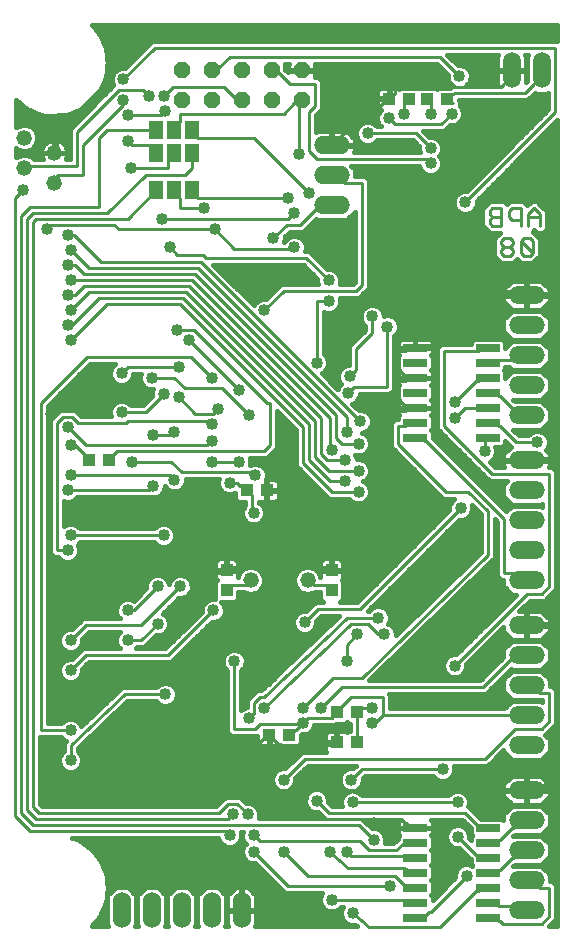
<source format=gbl>
G75*
G70*
%OFA0B0*%
%FSLAX24Y24*%
%IPPOS*%
%LPD*%
%AMOC8*
5,1,8,0,0,1.08239X$1,22.5*
%
%ADD10C,0.0110*%
%ADD11R,0.0800X0.0260*%
%ADD12R,0.0433X0.0394*%
%ADD13R,0.0394X0.0433*%
%ADD14C,0.0520*%
%ADD15O,0.1187X0.0594*%
%ADD16OC8,0.0560*%
%ADD17R,0.0460X0.0630*%
%ADD18O,0.0594X0.1187*%
%ADD19O,0.1200X0.0600*%
%ADD20O,0.0600X0.1200*%
%ADD21C,0.0160*%
%ADD22C,0.0200*%
%ADD23C,0.0100*%
%ADD24C,0.0400*%
D10*
X018034Y025307D02*
X017935Y025405D01*
X017935Y025504D01*
X018034Y025602D01*
X018329Y025602D01*
X018580Y025602D02*
X018580Y025799D01*
X018678Y025897D01*
X018974Y025897D01*
X018974Y025307D01*
X018974Y025504D02*
X018678Y025504D01*
X018580Y025602D01*
X018329Y025897D02*
X018034Y025897D01*
X017935Y025799D01*
X017935Y025700D01*
X018034Y025602D01*
X018034Y025307D02*
X018329Y025307D01*
X018329Y025897D01*
X018428Y024897D02*
X018330Y024799D01*
X018330Y024700D01*
X018428Y024602D01*
X018625Y024602D01*
X018724Y024700D01*
X018724Y024799D01*
X018625Y024897D01*
X018428Y024897D01*
X018428Y024602D02*
X018330Y024504D01*
X018330Y024405D01*
X018428Y024307D01*
X018625Y024307D01*
X018724Y024405D01*
X018724Y024504D01*
X018625Y024602D01*
X018974Y024799D02*
X018974Y024405D01*
X019073Y024307D01*
X019270Y024307D01*
X019368Y024405D01*
X018974Y024799D01*
X019073Y024897D01*
X019270Y024897D01*
X019368Y024799D01*
X019368Y024405D01*
X019224Y025307D02*
X019224Y025700D01*
X019421Y025897D01*
X019618Y025700D01*
X019618Y025307D01*
X019618Y025602D02*
X019224Y025602D01*
D11*
X017883Y021252D03*
X017883Y020752D03*
X017883Y020252D03*
X017883Y019752D03*
X017883Y019252D03*
X017883Y018752D03*
X017883Y018252D03*
X015463Y018252D03*
X015463Y018752D03*
X015463Y019252D03*
X015463Y019752D03*
X015463Y020252D03*
X015463Y020752D03*
X015463Y021252D03*
X015463Y005252D03*
X015463Y004752D03*
X015463Y004252D03*
X015463Y003752D03*
X015463Y003252D03*
X015463Y002752D03*
X015463Y002252D03*
X017883Y002252D03*
X017883Y002752D03*
X017883Y003252D03*
X017883Y003752D03*
X017883Y004252D03*
X017883Y004752D03*
X017883Y005252D03*
D12*
X013508Y008102D03*
X012838Y008102D03*
X011258Y008352D03*
X010588Y008352D03*
X010508Y016502D03*
X009838Y016502D03*
X014588Y029552D03*
X015258Y029552D03*
X015838Y029552D03*
X016508Y029552D03*
D13*
X012673Y013836D03*
X012673Y013167D03*
X012838Y009102D03*
X013508Y009102D03*
X009173Y013167D03*
X009173Y013836D03*
X005258Y017502D03*
X004588Y017502D03*
D14*
X009973Y013502D03*
X011873Y013502D03*
X003423Y026752D03*
X003423Y027752D03*
X002423Y028252D03*
X002423Y027252D03*
D15*
X019173Y023002D03*
X019173Y022002D03*
X019173Y021002D03*
X019173Y020002D03*
X019173Y019002D03*
X019173Y017502D03*
X019173Y016502D03*
X019173Y015502D03*
X019173Y014502D03*
X019173Y013502D03*
X019173Y012002D03*
X019173Y011002D03*
X019173Y010002D03*
X019173Y009002D03*
X019173Y008002D03*
X019173Y006502D03*
X019173Y005502D03*
X019173Y004502D03*
X019173Y003502D03*
X019173Y002502D03*
D16*
X011673Y029502D03*
X011673Y030502D03*
X010673Y030502D03*
X010673Y029502D03*
X009673Y029502D03*
X009673Y030502D03*
X008673Y030502D03*
X008673Y029502D03*
X007673Y029502D03*
X007673Y030502D03*
D17*
X007423Y028502D03*
X006823Y028502D03*
X006823Y027752D03*
X007423Y027752D03*
X008023Y027752D03*
X008023Y028502D03*
X008023Y026502D03*
X007423Y026502D03*
X006823Y026502D03*
D18*
X018673Y030502D03*
X019673Y030502D03*
D19*
X012673Y028002D03*
X012673Y027002D03*
X012673Y026002D03*
D20*
X009673Y002502D03*
X008673Y002502D03*
X007673Y002502D03*
X006673Y002502D03*
X005673Y002502D03*
D21*
X006066Y003087D02*
X006280Y003087D01*
X006193Y003001D02*
X006193Y002003D01*
X006214Y001982D01*
X006132Y001982D01*
X006153Y002003D01*
X006153Y003001D01*
X005872Y003282D01*
X005474Y003282D01*
X005193Y003001D01*
X005193Y002003D01*
X005214Y001982D01*
X004668Y001982D01*
X004751Y002067D01*
X004854Y002192D01*
X004854Y002192D01*
X004944Y002327D01*
X005022Y002469D01*
X005086Y002618D01*
X005137Y002771D01*
X005137Y002771D01*
X005174Y002929D01*
X005174Y002929D01*
X005196Y003090D01*
X005203Y003252D01*
X005196Y003414D01*
X005174Y003574D01*
X005137Y003732D01*
X005086Y003886D01*
X005022Y004034D01*
X005022Y004034D01*
X004944Y004177D01*
X004854Y004311D01*
X004751Y004437D01*
X004638Y004553D01*
X004515Y004658D01*
X004382Y004751D01*
X004242Y004832D01*
X004095Y004900D01*
X004034Y004922D01*
X008895Y004922D01*
X008951Y004786D01*
X009058Y004680D01*
X009197Y004622D01*
X009349Y004622D01*
X009488Y004680D01*
X009595Y004786D01*
X009653Y004926D01*
X009653Y005077D01*
X009635Y005122D01*
X009711Y005122D01*
X009693Y005077D01*
X009693Y004926D01*
X009751Y004786D01*
X009811Y004727D01*
X009751Y004667D01*
X009693Y004527D01*
X009693Y004376D01*
X009751Y004236D01*
X009858Y004130D01*
X009997Y004072D01*
X010128Y004072D01*
X011128Y003072D01*
X011318Y003072D01*
X012356Y003072D01*
X012351Y003067D01*
X012293Y002927D01*
X012293Y002776D01*
X012351Y002636D01*
X012458Y002530D01*
X012597Y002472D01*
X012749Y002472D01*
X012888Y002530D01*
X012980Y002622D01*
X013056Y002622D01*
X013051Y002617D01*
X012993Y002477D01*
X012993Y002326D01*
X013051Y002186D01*
X013158Y002080D01*
X013297Y002022D01*
X013449Y002022D01*
X013466Y002029D01*
X013523Y001982D01*
X010132Y001982D01*
X010153Y002003D01*
X010153Y002482D01*
X009693Y002482D01*
X009693Y002522D01*
X009653Y002522D01*
X009653Y003282D01*
X009474Y003282D01*
X009193Y003001D01*
X009193Y002522D01*
X009653Y002522D01*
X009653Y002482D01*
X009193Y002482D01*
X009193Y002003D01*
X009214Y001982D01*
X009132Y001982D01*
X009153Y002003D01*
X009153Y003001D01*
X008872Y003282D01*
X008474Y003282D01*
X008193Y003001D01*
X008193Y002003D01*
X008214Y001982D01*
X008132Y001982D01*
X008153Y002003D01*
X008153Y003001D01*
X007872Y003282D01*
X007474Y003282D01*
X007193Y003001D01*
X007193Y002003D01*
X007214Y001982D01*
X007132Y001982D01*
X007153Y002003D01*
X007153Y003001D01*
X006872Y003282D01*
X006474Y003282D01*
X006193Y003001D01*
X006193Y002929D02*
X006153Y002929D01*
X006153Y002770D02*
X006193Y002770D01*
X006193Y002612D02*
X006153Y002612D01*
X006153Y002453D02*
X006193Y002453D01*
X006193Y002294D02*
X006153Y002294D01*
X006153Y002136D02*
X006193Y002136D01*
X007153Y002136D02*
X007193Y002136D01*
X007193Y002294D02*
X007153Y002294D01*
X007153Y002453D02*
X007193Y002453D01*
X007193Y002612D02*
X007153Y002612D01*
X007153Y002770D02*
X007193Y002770D01*
X007193Y002929D02*
X007153Y002929D01*
X007066Y003087D02*
X007280Y003087D01*
X007438Y003246D02*
X006908Y003246D01*
X006438Y003246D02*
X005908Y003246D01*
X005438Y003246D02*
X005203Y003246D01*
X005196Y003090D02*
X005196Y003090D01*
X005195Y003087D02*
X005280Y003087D01*
X005193Y002929D02*
X005173Y002929D01*
X005193Y002770D02*
X005137Y002770D01*
X005086Y002618D02*
X005086Y002618D01*
X005084Y002612D02*
X005193Y002612D01*
X005193Y002453D02*
X005013Y002453D01*
X005022Y002469D02*
X005022Y002469D01*
X004944Y002327D02*
X004944Y002327D01*
X004922Y002294D02*
X005193Y002294D01*
X005193Y002136D02*
X004808Y002136D01*
X004751Y002067D02*
X004751Y002067D01*
X005196Y003404D02*
X010795Y003404D01*
X010637Y003563D02*
X005175Y003563D01*
X005174Y003574D02*
X005174Y003574D01*
X005139Y003721D02*
X010478Y003721D01*
X010320Y003880D02*
X005088Y003880D01*
X005086Y003886D02*
X005086Y003886D01*
X005137Y003732D02*
X005137Y003732D01*
X005196Y003414D02*
X005196Y003414D01*
X005020Y004038D02*
X010161Y004038D01*
X009790Y004197D02*
X004930Y004197D01*
X004944Y004177D02*
X004944Y004177D01*
X004817Y004356D02*
X009702Y004356D01*
X009693Y004514D02*
X004676Y004514D01*
X004751Y004437D02*
X004751Y004437D01*
X004494Y004673D02*
X009075Y004673D01*
X008932Y004831D02*
X004244Y004831D01*
X003018Y005982D02*
X002953Y006047D01*
X002953Y008272D01*
X003666Y008272D01*
X003758Y008180D01*
X003806Y008160D01*
X003743Y008097D01*
X003743Y007906D01*
X003743Y007809D01*
X003651Y007717D01*
X003593Y007577D01*
X003593Y007426D01*
X003651Y007286D01*
X003758Y007180D01*
X003897Y007122D01*
X004049Y007122D01*
X004188Y007180D01*
X004295Y007286D01*
X004353Y007426D01*
X004353Y007577D01*
X004295Y007717D01*
X004203Y007809D01*
X004203Y007903D01*
X005864Y009472D01*
X006816Y009472D01*
X006908Y009380D01*
X007047Y009322D01*
X007199Y009322D01*
X007338Y009380D01*
X007445Y009486D01*
X007503Y009626D01*
X007503Y009777D01*
X007445Y009917D01*
X007338Y010024D01*
X007199Y010082D01*
X007047Y010082D01*
X006908Y010024D01*
X006816Y009932D01*
X005678Y009932D01*
X005613Y009867D01*
X004323Y008649D01*
X004295Y008717D01*
X004188Y008824D01*
X004049Y008882D01*
X003897Y008882D01*
X003758Y008824D01*
X003666Y008732D01*
X003203Y008732D01*
X003203Y019306D01*
X004618Y020722D01*
X005456Y020722D01*
X005351Y020617D01*
X005293Y020477D01*
X005293Y020326D01*
X005351Y020186D01*
X005458Y020080D01*
X005597Y020022D01*
X005749Y020022D01*
X005888Y020080D01*
X005995Y020186D01*
X006053Y020326D01*
X006053Y020372D01*
X006311Y020372D01*
X006293Y020327D01*
X006293Y020176D01*
X006351Y020036D01*
X006458Y019930D01*
X006597Y019872D01*
X006732Y019872D01*
X006693Y019777D01*
X006693Y019647D01*
X006378Y019332D01*
X005980Y019332D01*
X005888Y019424D01*
X005749Y019482D01*
X005597Y019482D01*
X005458Y019424D01*
X005351Y019317D01*
X005293Y019177D01*
X005293Y019026D01*
X005311Y018982D01*
X004318Y018982D01*
X004253Y019047D01*
X004118Y019182D01*
X003818Y019182D01*
X003628Y019182D01*
X003428Y018982D01*
X003293Y018847D01*
X003293Y014597D01*
X003293Y014406D01*
X003428Y014272D01*
X003566Y014272D01*
X003658Y014180D01*
X003797Y014122D01*
X003949Y014122D01*
X004088Y014180D01*
X004195Y014286D01*
X004253Y014426D01*
X004253Y014577D01*
X004204Y014695D01*
X004280Y014772D01*
X006766Y014772D01*
X006858Y014680D01*
X006997Y014622D01*
X007149Y014622D01*
X007288Y014680D01*
X007395Y014786D01*
X007453Y014926D01*
X007453Y015077D01*
X007395Y015217D01*
X007288Y015324D01*
X007149Y015382D01*
X006997Y015382D01*
X006858Y015324D01*
X006766Y015232D01*
X004280Y015232D01*
X004188Y015324D01*
X004049Y015382D01*
X003897Y015382D01*
X003758Y015324D01*
X003753Y015319D01*
X003753Y016140D01*
X003797Y016122D01*
X003949Y016122D01*
X004088Y016180D01*
X004180Y016272D01*
X006647Y016272D01*
X006799Y016272D01*
X006938Y016330D01*
X007045Y016436D01*
X007103Y016576D01*
X007103Y016634D01*
X007208Y016530D01*
X007347Y016472D01*
X007499Y016472D01*
X007638Y016530D01*
X007745Y016636D01*
X007803Y016776D01*
X007803Y016872D01*
X008911Y016872D01*
X008893Y016827D01*
X008893Y016676D01*
X008951Y016536D01*
X009058Y016430D01*
X009197Y016372D01*
X009349Y016372D01*
X009442Y016410D01*
X009442Y016230D01*
X009547Y016125D01*
X009793Y016125D01*
X009793Y016009D01*
X009751Y015967D01*
X009693Y015827D01*
X009693Y015676D01*
X009751Y015536D01*
X009858Y015430D01*
X009997Y015372D01*
X010149Y015372D01*
X010288Y015430D01*
X010395Y015536D01*
X010453Y015676D01*
X010453Y015827D01*
X010395Y015967D01*
X010288Y016074D01*
X010253Y016088D01*
X010253Y016125D01*
X010489Y016125D01*
X010489Y016483D01*
X010526Y016483D01*
X010526Y016125D01*
X010799Y016125D01*
X010904Y016230D01*
X010904Y016483D01*
X010526Y016483D01*
X010526Y016520D01*
X010489Y016520D01*
X010489Y016879D01*
X010483Y016879D01*
X010503Y016926D01*
X010503Y017077D01*
X010445Y017217D01*
X010338Y017324D01*
X010199Y017382D01*
X010047Y017382D01*
X009936Y017336D01*
X009953Y017376D01*
X009953Y017527D01*
X009935Y017572D01*
X010328Y017572D01*
X010518Y017572D01*
X010718Y017772D01*
X010853Y017906D01*
X010853Y019147D01*
X011493Y018506D01*
X011493Y017306D01*
X011628Y017172D01*
X012578Y016222D01*
X012768Y016222D01*
X013266Y016222D01*
X013358Y016130D01*
X013497Y016072D01*
X013649Y016072D01*
X013788Y016130D01*
X013895Y016236D01*
X013953Y016376D01*
X013953Y016527D01*
X013895Y016667D01*
X013788Y016774D01*
X013721Y016802D01*
X013788Y016830D01*
X013895Y016936D01*
X013953Y017076D01*
X013953Y017227D01*
X013895Y017367D01*
X013788Y017474D01*
X013649Y017532D01*
X013503Y017532D01*
X013503Y017577D01*
X013457Y017689D01*
X013497Y017672D01*
X013649Y017672D01*
X013788Y017730D01*
X013895Y017836D01*
X013953Y017976D01*
X013953Y018127D01*
X013895Y018267D01*
X013788Y018374D01*
X013673Y018422D01*
X013699Y018422D01*
X013838Y018480D01*
X013945Y018586D01*
X014003Y018726D01*
X014003Y018877D01*
X013945Y019017D01*
X013838Y019124D01*
X013699Y019182D01*
X013568Y019182D01*
X013355Y019395D01*
X013438Y019430D01*
X013545Y019536D01*
X013603Y019676D01*
X013603Y019722D01*
X014618Y019722D01*
X014753Y019856D01*
X014753Y020047D01*
X014753Y021644D01*
X014845Y021736D01*
X014903Y021876D01*
X014903Y022027D01*
X014845Y022167D01*
X014738Y022274D01*
X014599Y022332D01*
X014447Y022332D01*
X014403Y022313D01*
X014403Y022377D01*
X014345Y022517D01*
X014238Y022624D01*
X014099Y022682D01*
X013947Y022682D01*
X013808Y022624D01*
X013701Y022517D01*
X013643Y022377D01*
X013643Y022226D01*
X013701Y022086D01*
X013793Y021994D01*
X013793Y021847D01*
X013378Y021432D01*
X013243Y021297D01*
X013243Y020682D01*
X013197Y020682D01*
X013058Y020624D01*
X012951Y020517D01*
X012893Y020377D01*
X012893Y020226D01*
X012951Y020086D01*
X012986Y020052D01*
X012901Y019967D01*
X012866Y019884D01*
X012340Y020410D01*
X012388Y020430D01*
X012495Y020536D01*
X012553Y020676D01*
X012553Y020827D01*
X012495Y020967D01*
X012403Y021059D01*
X012403Y022461D01*
X012497Y022422D01*
X012649Y022422D01*
X012788Y022480D01*
X012895Y022586D01*
X012953Y022726D01*
X012953Y022877D01*
X012935Y022922D01*
X013378Y022922D01*
X013568Y022922D01*
X013768Y023122D01*
X013903Y023256D01*
X013903Y026656D01*
X013903Y026847D01*
X013768Y026982D01*
X013453Y026982D01*
X013453Y027201D01*
X013332Y027322D01*
X015595Y027322D01*
X015651Y027186D01*
X015758Y027080D01*
X015897Y027022D01*
X016049Y027022D01*
X016188Y027080D01*
X016295Y027186D01*
X016353Y027326D01*
X016353Y027477D01*
X016295Y027617D01*
X016260Y027652D01*
X016295Y027686D01*
X016353Y027826D01*
X016353Y027977D01*
X016295Y028117D01*
X016188Y028224D01*
X016049Y028282D01*
X015918Y028282D01*
X015728Y028472D01*
X016228Y028472D01*
X016418Y028472D01*
X016618Y028672D01*
X016749Y028672D01*
X016888Y028730D01*
X016995Y028836D01*
X017053Y028976D01*
X017053Y029127D01*
X016995Y029267D01*
X016953Y029309D01*
X016953Y029497D01*
X016928Y029522D01*
X019028Y029522D01*
X019218Y029522D01*
X019450Y029754D01*
X019476Y029728D01*
X019871Y029728D01*
X019893Y029751D01*
X019893Y029197D01*
X017178Y026482D01*
X017047Y026482D01*
X016908Y026424D01*
X016801Y026317D01*
X016743Y026177D01*
X016743Y026026D01*
X016801Y025886D01*
X016908Y025780D01*
X017047Y025722D01*
X017199Y025722D01*
X017338Y025780D01*
X017445Y025886D01*
X017503Y026026D01*
X017503Y026156D01*
X020193Y028847D01*
X020193Y001982D01*
X019928Y001982D01*
X020018Y002072D01*
X020153Y002206D01*
X020153Y003156D01*
X020153Y003347D01*
X020018Y003482D01*
X019947Y003482D01*
X019947Y003699D01*
X019667Y003979D01*
X018725Y003979D01*
X018768Y004022D01*
X018783Y004022D01*
X018818Y004022D01*
X018821Y004025D01*
X019667Y004025D01*
X019947Y004304D01*
X019947Y004699D01*
X019667Y004979D01*
X018725Y004979D01*
X018768Y005022D01*
X018783Y005022D01*
X018818Y005022D01*
X018821Y005025D01*
X019667Y005025D01*
X019947Y005304D01*
X019947Y005699D01*
X019667Y005979D01*
X018679Y005979D01*
X018399Y005699D01*
X018399Y005520D01*
X018358Y005562D01*
X017638Y005562D01*
X017230Y005970D01*
X017253Y006026D01*
X017253Y006177D01*
X017195Y006317D01*
X017088Y006424D01*
X016949Y006482D01*
X016797Y006482D01*
X016658Y006424D01*
X016566Y006332D01*
X013680Y006332D01*
X013588Y006424D01*
X013449Y006482D01*
X013423Y006482D01*
X013538Y006530D01*
X013645Y006636D01*
X013703Y006776D01*
X013703Y006906D01*
X013768Y006972D01*
X016066Y006972D01*
X016158Y006880D01*
X016297Y006822D01*
X016449Y006822D01*
X016588Y006880D01*
X016695Y006986D01*
X016753Y007126D01*
X016753Y007277D01*
X016735Y007322D01*
X017678Y007322D01*
X017868Y007322D01*
X018399Y007853D01*
X018399Y007804D01*
X018679Y007525D01*
X019667Y007525D01*
X019947Y007804D01*
X019947Y008199D01*
X019796Y008350D01*
X020018Y008572D01*
X020153Y008706D01*
X020153Y009656D01*
X020153Y009847D01*
X020018Y009982D01*
X019947Y009982D01*
X019947Y010199D01*
X019667Y010479D01*
X018679Y010479D01*
X018399Y010199D01*
X018399Y009804D01*
X018679Y009525D01*
X019525Y009525D01*
X019528Y009522D01*
X019563Y009522D01*
X019693Y009522D01*
X019693Y009453D01*
X019667Y009479D01*
X018679Y009479D01*
X018432Y009232D01*
X014603Y009232D01*
X014603Y009506D01*
X014603Y009697D01*
X014578Y009722D01*
X017628Y009722D01*
X017818Y009722D01*
X018650Y010554D01*
X018679Y010525D01*
X019667Y010525D01*
X019947Y010804D01*
X019947Y011199D01*
X019667Y011479D01*
X018679Y011479D01*
X018399Y011199D01*
X018399Y010953D01*
X017628Y010182D01*
X013931Y010182D01*
X017967Y014122D01*
X017968Y014122D01*
X018103Y014256D01*
X018103Y015547D01*
X018193Y015456D01*
X018193Y013656D01*
X018328Y013522D01*
X018399Y013522D01*
X018399Y013304D01*
X018679Y013025D01*
X018821Y013025D01*
X016828Y011032D01*
X016697Y011032D01*
X016558Y010974D01*
X016451Y010867D01*
X016393Y010727D01*
X016393Y010576D01*
X016451Y010436D01*
X016558Y010330D01*
X016697Y010272D01*
X016849Y010272D01*
X016988Y010330D01*
X017095Y010436D01*
X017153Y010576D01*
X017153Y010706D01*
X018399Y011953D01*
X018399Y011804D01*
X018679Y011525D01*
X019155Y011525D01*
X019155Y011983D01*
X019191Y011983D01*
X019191Y011525D01*
X019667Y011525D01*
X019947Y011804D01*
X019947Y011983D01*
X019192Y011983D01*
X019192Y012020D01*
X019947Y012020D01*
X019947Y012199D01*
X019667Y012479D01*
X019191Y012479D01*
X019191Y012020D01*
X019155Y012020D01*
X019155Y012479D01*
X018925Y012479D01*
X019268Y012822D01*
X019578Y012822D01*
X019768Y012822D01*
X020018Y013072D01*
X020153Y013206D01*
X020153Y016956D01*
X020153Y017147D01*
X020018Y017282D01*
X019924Y017282D01*
X019947Y017304D01*
X019947Y017483D01*
X019192Y017483D01*
X019192Y017520D01*
X019947Y017520D01*
X019947Y017699D01*
X019802Y017844D01*
X019845Y017886D01*
X019903Y018026D01*
X019903Y018177D01*
X019845Y018317D01*
X019738Y018424D01*
X019599Y018482D01*
X019447Y018482D01*
X019308Y018424D01*
X019216Y018332D01*
X018918Y018332D01*
X018725Y018525D01*
X019667Y018525D01*
X019947Y018804D01*
X019947Y019199D01*
X019667Y019479D01*
X018821Y019479D01*
X018818Y019482D01*
X018783Y019482D01*
X018768Y019482D01*
X018725Y019525D01*
X019667Y019525D01*
X019947Y019804D01*
X019947Y020199D01*
X019667Y020479D01*
X018679Y020479D01*
X018463Y020263D01*
X018463Y020456D01*
X018418Y020502D01*
X018463Y020547D01*
X018463Y020622D01*
X018528Y020622D01*
X018582Y020622D01*
X018679Y020525D01*
X019667Y020525D01*
X019947Y020804D01*
X019947Y021199D01*
X019667Y021479D01*
X018679Y021479D01*
X018463Y021263D01*
X018463Y021456D01*
X018358Y021562D01*
X017409Y021562D01*
X017303Y021456D01*
X017303Y021382D01*
X016328Y021382D01*
X016193Y021247D01*
X016193Y021056D01*
X016193Y018556D01*
X016328Y018422D01*
X017928Y016822D01*
X018118Y016822D01*
X018522Y016822D01*
X018399Y016699D01*
X018399Y016304D01*
X018679Y016025D01*
X019667Y016025D01*
X019693Y016051D01*
X019693Y015953D01*
X019667Y015979D01*
X018679Y015979D01*
X018500Y015800D01*
X016043Y018257D01*
X016043Y018456D01*
X015998Y018502D01*
X016043Y018547D01*
X016043Y018956D01*
X015998Y019002D01*
X016043Y019047D01*
X016043Y019251D01*
X015463Y019251D01*
X014883Y019251D01*
X014883Y019047D01*
X014929Y019002D01*
X014883Y018956D01*
X014883Y018882D01*
X014778Y018882D01*
X014643Y018747D01*
X014643Y018556D01*
X014643Y017956D01*
X014778Y017822D01*
X016378Y016222D01*
X016568Y016222D01*
X016756Y016222D01*
X016651Y016117D01*
X016593Y015977D01*
X016593Y015847D01*
X013528Y012782D01*
X012956Y012782D01*
X013050Y012876D01*
X013050Y013458D01*
X013006Y013502D01*
X013050Y013545D01*
X013050Y013818D01*
X012692Y013818D01*
X012692Y013855D01*
X013050Y013855D01*
X013050Y014127D01*
X012944Y014233D01*
X012691Y014233D01*
X012691Y013855D01*
X012655Y013855D01*
X012655Y014233D01*
X012402Y014233D01*
X012296Y014127D01*
X012296Y013855D01*
X012654Y013855D01*
X012654Y013818D01*
X012296Y013818D01*
X012296Y013630D01*
X012246Y013751D01*
X012122Y013875D01*
X011961Y013942D01*
X011786Y013942D01*
X011624Y013875D01*
X011500Y013751D01*
X011433Y013589D01*
X011433Y013414D01*
X011500Y013252D01*
X011624Y013129D01*
X011786Y013062D01*
X011961Y013062D01*
X012105Y013122D01*
X012168Y013122D01*
X012296Y013122D01*
X012296Y012876D01*
X012391Y012782D01*
X012128Y012782D01*
X011993Y012647D01*
X011828Y012482D01*
X011697Y012482D01*
X011558Y012424D01*
X011451Y012317D01*
X011393Y012177D01*
X011393Y012026D01*
X011451Y011886D01*
X011558Y011780D01*
X011697Y011722D01*
X011849Y011722D01*
X011988Y011780D01*
X012095Y011886D01*
X012153Y012026D01*
X012153Y012156D01*
X012318Y012322D01*
X012914Y012322D01*
X010330Y009832D01*
X010178Y009832D01*
X009978Y009632D01*
X009978Y009632D01*
X009843Y009497D01*
X009843Y009280D01*
X009708Y009224D01*
X009653Y009169D01*
X009653Y010494D01*
X009745Y010586D01*
X009803Y010726D01*
X009803Y010877D01*
X009745Y011017D01*
X009638Y011124D01*
X009499Y011182D01*
X009347Y011182D01*
X009208Y011124D01*
X009101Y011017D01*
X009043Y010877D01*
X009043Y010726D01*
X009101Y010586D01*
X009193Y010494D01*
X009193Y008647D01*
X009193Y008456D01*
X009328Y008322D01*
X010028Y008322D01*
X010192Y008322D01*
X010192Y008080D01*
X010297Y007975D01*
X010570Y007975D01*
X010570Y008333D01*
X010607Y008333D01*
X010607Y007975D01*
X010879Y007975D01*
X010923Y008018D01*
X010967Y007975D01*
X011549Y007975D01*
X011654Y008080D01*
X011654Y008358D01*
X011668Y008372D01*
X011799Y008372D01*
X011938Y008430D01*
X012045Y008536D01*
X012101Y008672D01*
X012578Y008672D01*
X012768Y008672D01*
X012802Y008705D01*
X013110Y008705D01*
X013173Y008768D01*
X013236Y008705D01*
X013293Y008705D01*
X013293Y008479D01*
X013217Y008479D01*
X013173Y008435D01*
X013129Y008479D01*
X012857Y008479D01*
X012857Y008120D01*
X012820Y008120D01*
X012820Y008083D01*
X012442Y008083D01*
X012442Y007830D01*
X012491Y007782D01*
X011678Y007782D01*
X011543Y007647D01*
X011128Y007232D01*
X010997Y007232D01*
X010858Y007174D01*
X010751Y007067D01*
X010693Y006927D01*
X010693Y006776D01*
X010751Y006636D01*
X010858Y006530D01*
X010997Y006472D01*
X011149Y006472D01*
X011288Y006530D01*
X011395Y006636D01*
X011453Y006776D01*
X011453Y006906D01*
X011868Y007322D01*
X013468Y007322D01*
X013443Y007297D01*
X013378Y007232D01*
X013247Y007232D01*
X013108Y007174D01*
X013001Y007067D01*
X012943Y006927D01*
X012943Y006776D01*
X013001Y006636D01*
X013108Y006530D01*
X013247Y006472D01*
X013273Y006472D01*
X013158Y006424D01*
X013051Y006317D01*
X012993Y006177D01*
X012993Y006026D01*
X013011Y005982D01*
X012668Y005982D01*
X012553Y006097D01*
X012553Y006227D01*
X012495Y006367D01*
X012388Y006474D01*
X012249Y006532D01*
X012097Y006532D01*
X011958Y006474D01*
X011851Y006367D01*
X011793Y006227D01*
X011793Y006076D01*
X011851Y005936D01*
X011958Y005830D01*
X012097Y005772D01*
X012228Y005772D01*
X012343Y005656D01*
X012418Y005582D01*
X010235Y005582D01*
X010253Y005626D01*
X010253Y005777D01*
X010195Y005917D01*
X010088Y006024D01*
X009949Y006082D01*
X009818Y006082D01*
X009618Y006282D01*
X009428Y006282D01*
X009128Y006282D01*
X008993Y006147D01*
X008828Y005982D01*
X003018Y005982D01*
X002953Y006099D02*
X008946Y006099D01*
X009104Y006258D02*
X002953Y006258D01*
X002953Y006417D02*
X011901Y006417D01*
X011806Y006258D02*
X009642Y006258D01*
X009801Y006099D02*
X011793Y006099D01*
X011849Y005941D02*
X010171Y005941D01*
X010251Y005782D02*
X012072Y005782D01*
X012376Y005624D02*
X010252Y005624D01*
X009732Y004831D02*
X009614Y004831D01*
X009653Y004990D02*
X009693Y004990D01*
X009757Y004673D02*
X009471Y004673D01*
X009693Y003282D02*
X009693Y002522D01*
X010153Y002522D01*
X010153Y003001D01*
X009872Y003282D01*
X009693Y003282D01*
X009693Y003246D02*
X009653Y003246D01*
X009653Y003087D02*
X009693Y003087D01*
X009693Y002929D02*
X009653Y002929D01*
X009653Y002770D02*
X009693Y002770D01*
X009693Y002612D02*
X009653Y002612D01*
X009280Y003087D02*
X009066Y003087D01*
X009153Y002929D02*
X009193Y002929D01*
X009193Y002770D02*
X009153Y002770D01*
X009153Y002612D02*
X009193Y002612D01*
X009193Y002453D02*
X009153Y002453D01*
X009153Y002294D02*
X009193Y002294D01*
X009193Y002136D02*
X009153Y002136D01*
X008280Y003087D02*
X008066Y003087D01*
X008153Y002929D02*
X008193Y002929D01*
X008193Y002770D02*
X008153Y002770D01*
X008153Y002612D02*
X008193Y002612D01*
X008193Y002453D02*
X008153Y002453D01*
X008153Y002294D02*
X008193Y002294D01*
X008193Y002136D02*
X008153Y002136D01*
X007908Y003246D02*
X008438Y003246D01*
X008908Y003246D02*
X009438Y003246D01*
X009908Y003246D02*
X010954Y003246D01*
X011112Y003087D02*
X010066Y003087D01*
X010153Y002929D02*
X012294Y002929D01*
X012296Y002770D02*
X010153Y002770D01*
X010153Y002612D02*
X012376Y002612D01*
X012970Y002612D02*
X013049Y002612D01*
X012993Y002453D02*
X010153Y002453D01*
X010153Y002294D02*
X013006Y002294D01*
X013101Y002136D02*
X010153Y002136D01*
X012553Y006099D02*
X012993Y006099D01*
X013027Y006258D02*
X012540Y006258D01*
X012446Y006417D02*
X013151Y006417D01*
X013062Y006575D02*
X011334Y006575D01*
X011435Y006734D02*
X012961Y006734D01*
X012943Y006892D02*
X011453Y006892D01*
X011597Y007051D02*
X012994Y007051D01*
X013193Y007209D02*
X011756Y007209D01*
X011581Y007685D02*
X004309Y007685D01*
X004353Y007526D02*
X011423Y007526D01*
X011264Y007368D02*
X004329Y007368D01*
X004218Y007209D02*
X010943Y007209D01*
X010744Y007051D02*
X002953Y007051D01*
X002953Y007209D02*
X003728Y007209D01*
X003617Y007368D02*
X002953Y007368D01*
X002953Y007526D02*
X003593Y007526D01*
X003638Y007685D02*
X002953Y007685D01*
X002953Y007843D02*
X003743Y007843D01*
X003743Y008002D02*
X002953Y008002D01*
X002953Y008161D02*
X003804Y008161D01*
X004203Y007843D02*
X012442Y007843D01*
X012442Y008002D02*
X011576Y008002D01*
X011654Y008161D02*
X012442Y008161D01*
X012442Y008120D02*
X012820Y008120D01*
X012820Y008479D01*
X012547Y008479D01*
X012442Y008373D01*
X012442Y008120D01*
X012442Y008319D02*
X011654Y008319D01*
X011986Y008478D02*
X012546Y008478D01*
X012820Y008478D02*
X012857Y008478D01*
X012857Y008319D02*
X012820Y008319D01*
X012820Y008161D02*
X012857Y008161D01*
X013130Y008478D02*
X013216Y008478D01*
X013293Y008636D02*
X012086Y008636D01*
X010939Y008002D02*
X010907Y008002D01*
X010607Y008002D02*
X010570Y008002D01*
X010570Y008161D02*
X010607Y008161D01*
X010607Y008319D02*
X010570Y008319D01*
X010270Y008002D02*
X004308Y008002D01*
X004476Y008161D02*
X010192Y008161D01*
X010192Y008319D02*
X004644Y008319D01*
X004812Y008478D02*
X009193Y008478D01*
X009193Y008636D02*
X004980Y008636D01*
X005148Y008795D02*
X009193Y008795D01*
X009193Y008953D02*
X005315Y008953D01*
X005483Y009112D02*
X009193Y009112D01*
X009193Y009270D02*
X005651Y009270D01*
X005819Y009429D02*
X006858Y009429D01*
X007388Y009429D02*
X009193Y009429D01*
X009193Y009587D02*
X007487Y009587D01*
X007503Y009746D02*
X009193Y009746D01*
X009193Y009905D02*
X007450Y009905D01*
X007244Y010063D02*
X009193Y010063D01*
X009193Y010222D02*
X004230Y010222D01*
X004188Y010180D02*
X004295Y010286D01*
X004353Y010426D01*
X004353Y010556D01*
X004568Y010772D01*
X007318Y010772D01*
X007453Y010906D01*
X008668Y012122D01*
X008799Y012122D01*
X008938Y012180D01*
X009045Y012286D01*
X009103Y012426D01*
X009103Y012577D01*
X009045Y012717D01*
X008992Y012771D01*
X009444Y012771D01*
X009550Y012876D01*
X009550Y013122D01*
X009678Y013122D01*
X009741Y013122D01*
X009886Y013062D01*
X010061Y013062D01*
X010222Y013129D01*
X010346Y013252D01*
X010413Y013414D01*
X010413Y013589D01*
X010346Y013751D01*
X010222Y013875D01*
X010061Y013942D01*
X009886Y013942D01*
X009724Y013875D01*
X009600Y013751D01*
X009550Y013630D01*
X009550Y013818D01*
X009192Y013818D01*
X009192Y013855D01*
X009550Y013855D01*
X009550Y014127D01*
X009444Y014233D01*
X009191Y014233D01*
X009191Y013855D01*
X009155Y013855D01*
X009155Y014233D01*
X008902Y014233D01*
X008796Y014127D01*
X008796Y013855D01*
X009154Y013855D01*
X009154Y013818D01*
X008796Y013818D01*
X008796Y013545D01*
X008840Y013502D01*
X008796Y013458D01*
X008796Y012882D01*
X008647Y012882D01*
X008508Y012824D01*
X008401Y012717D01*
X008343Y012577D01*
X008343Y012447D01*
X007128Y011232D01*
X006140Y011232D01*
X006180Y011272D01*
X006418Y011272D01*
X006553Y011406D01*
X006553Y011406D01*
X006818Y011672D01*
X006949Y011672D01*
X007088Y011730D01*
X007195Y011836D01*
X007253Y011976D01*
X007253Y012127D01*
X007195Y012267D01*
X007088Y012374D01*
X007040Y012394D01*
X007568Y012922D01*
X007699Y012922D01*
X007838Y012980D01*
X007945Y013086D01*
X008003Y013226D01*
X008003Y013377D01*
X007945Y013517D01*
X007838Y013624D01*
X007699Y013682D01*
X007547Y013682D01*
X007408Y013624D01*
X007301Y013517D01*
X007248Y013389D01*
X007195Y013517D01*
X007088Y013624D01*
X006949Y013682D01*
X006797Y013682D01*
X006658Y013624D01*
X006551Y013517D01*
X006493Y013377D01*
X006493Y013247D01*
X006075Y012829D01*
X005949Y012882D01*
X005797Y012882D01*
X005658Y012824D01*
X005551Y012717D01*
X005493Y012577D01*
X005493Y012426D01*
X005551Y012286D01*
X005606Y012232D01*
X004378Y012232D01*
X004243Y012097D01*
X004028Y011882D01*
X003897Y011882D01*
X003758Y011824D01*
X003651Y011717D01*
X003593Y011577D01*
X003593Y011426D01*
X003651Y011286D01*
X003758Y011180D01*
X003897Y011122D01*
X004049Y011122D01*
X004188Y011180D01*
X004295Y011286D01*
X004353Y011426D01*
X004353Y011556D01*
X004568Y011772D01*
X005606Y011772D01*
X005551Y011717D01*
X005493Y011577D01*
X005493Y011426D01*
X005551Y011286D01*
X005606Y011232D01*
X004378Y011232D01*
X004243Y011097D01*
X004028Y010882D01*
X003897Y010882D01*
X003758Y010824D01*
X003651Y010717D01*
X003593Y010577D01*
X003593Y010426D01*
X003651Y010286D01*
X003758Y010180D01*
X003897Y010122D01*
X004049Y010122D01*
X004188Y010180D01*
X004334Y010380D02*
X009193Y010380D01*
X009149Y010539D02*
X004353Y010539D01*
X004494Y010697D02*
X009055Y010697D01*
X009043Y010856D02*
X007402Y010856D01*
X007561Y011014D02*
X009100Y011014D01*
X009326Y011173D02*
X007719Y011173D01*
X007878Y011331D02*
X011887Y011331D01*
X011722Y011173D02*
X009520Y011173D01*
X009746Y011014D02*
X011558Y011014D01*
X011393Y010856D02*
X009803Y010856D01*
X009791Y010697D02*
X011229Y010697D01*
X011064Y010539D02*
X009697Y010539D01*
X009653Y010380D02*
X010899Y010380D01*
X010735Y010222D02*
X009653Y010222D01*
X009653Y010063D02*
X010570Y010063D01*
X010406Y009905D02*
X009653Y009905D01*
X009653Y009746D02*
X010092Y009746D01*
X009934Y009587D02*
X009653Y009587D01*
X009653Y009429D02*
X009843Y009429D01*
X009820Y009270D02*
X009653Y009270D01*
X008037Y011490D02*
X012051Y011490D01*
X012216Y011649D02*
X008195Y011649D01*
X008354Y011807D02*
X011530Y011807D01*
X011418Y011966D02*
X008512Y011966D01*
X008804Y012124D02*
X011393Y012124D01*
X011437Y012283D02*
X009041Y012283D01*
X009103Y012441D02*
X011600Y012441D01*
X011946Y012600D02*
X009094Y012600D01*
X009004Y012758D02*
X012104Y012758D01*
X012296Y012917D02*
X009550Y012917D01*
X009550Y013075D02*
X009853Y013075D01*
X010094Y013075D02*
X011753Y013075D01*
X011994Y013075D02*
X012296Y013075D01*
X012263Y013710D02*
X012296Y013710D01*
X012296Y013868D02*
X012129Y013868D01*
X012296Y014027D02*
X009550Y014027D01*
X009550Y013868D02*
X009717Y013868D01*
X009583Y013710D02*
X009550Y013710D01*
X009492Y014185D02*
X012354Y014185D01*
X012655Y014185D02*
X012691Y014185D01*
X012691Y014027D02*
X012655Y014027D01*
X012655Y013868D02*
X012691Y013868D01*
X013050Y013868D02*
X014614Y013868D01*
X014456Y013710D02*
X013050Y013710D01*
X013050Y013551D02*
X014297Y013551D01*
X014139Y013392D02*
X013050Y013392D01*
X013050Y013234D02*
X013980Y013234D01*
X013821Y013075D02*
X013050Y013075D01*
X013050Y012917D02*
X013663Y012917D01*
X013996Y012600D02*
X014070Y012600D01*
X014008Y012574D02*
X013916Y012482D01*
X013878Y012482D01*
X016918Y015522D01*
X017049Y015522D01*
X017188Y015580D01*
X017295Y015686D01*
X017353Y015826D01*
X017353Y015977D01*
X017339Y016010D01*
X017643Y015706D01*
X017643Y014449D01*
X014803Y011676D01*
X014803Y011777D01*
X014745Y011917D01*
X014638Y012024D01*
X014554Y012059D01*
X014603Y012176D01*
X014603Y012327D01*
X014545Y012467D01*
X014438Y012574D01*
X014299Y012632D01*
X014147Y012632D01*
X014008Y012574D01*
X014155Y012758D02*
X015912Y012758D01*
X016074Y012917D02*
X014313Y012917D01*
X014472Y013075D02*
X016236Y013075D01*
X016399Y013234D02*
X014630Y013234D01*
X014789Y013392D02*
X016561Y013392D01*
X016724Y013551D02*
X014948Y013551D01*
X015106Y013710D02*
X016886Y013710D01*
X017048Y013868D02*
X015265Y013868D01*
X015423Y014027D02*
X017211Y014027D01*
X017373Y014185D02*
X015582Y014185D01*
X015740Y014344D02*
X017536Y014344D01*
X017643Y014502D02*
X015899Y014502D01*
X016057Y014661D02*
X017643Y014661D01*
X017643Y014819D02*
X016216Y014819D01*
X016374Y014978D02*
X017643Y014978D01*
X017643Y015136D02*
X016533Y015136D01*
X016692Y015295D02*
X017643Y015295D01*
X017643Y015454D02*
X016850Y015454D01*
X017221Y015612D02*
X017643Y015612D01*
X017579Y015771D02*
X017330Y015771D01*
X017353Y015929D02*
X017420Y015929D01*
X017895Y016405D02*
X018399Y016405D01*
X018399Y016563D02*
X017737Y016563D01*
X017578Y016722D02*
X018422Y016722D01*
X018457Y016246D02*
X018054Y016246D01*
X018212Y016088D02*
X018616Y016088D01*
X018629Y015929D02*
X018371Y015929D01*
X018193Y015454D02*
X018103Y015454D01*
X018103Y015295D02*
X018193Y015295D01*
X018193Y015136D02*
X018103Y015136D01*
X018103Y014978D02*
X018193Y014978D01*
X018193Y014819D02*
X018103Y014819D01*
X018103Y014661D02*
X018193Y014661D01*
X018193Y014502D02*
X018103Y014502D01*
X018103Y014344D02*
X018193Y014344D01*
X018193Y014185D02*
X018032Y014185D01*
X018193Y014027D02*
X017869Y014027D01*
X017707Y013868D02*
X018193Y013868D01*
X018193Y013710D02*
X017544Y013710D01*
X017382Y013551D02*
X018299Y013551D01*
X018399Y013392D02*
X017220Y013392D01*
X017057Y013234D02*
X018470Y013234D01*
X018628Y013075D02*
X016895Y013075D01*
X016732Y012917D02*
X018713Y012917D01*
X018554Y012758D02*
X016570Y012758D01*
X016408Y012600D02*
X018396Y012600D01*
X018237Y012441D02*
X016245Y012441D01*
X016083Y012283D02*
X018079Y012283D01*
X017920Y012124D02*
X015920Y012124D01*
X015758Y011966D02*
X017762Y011966D01*
X017603Y011807D02*
X015595Y011807D01*
X015433Y011649D02*
X017445Y011649D01*
X017286Y011490D02*
X015271Y011490D01*
X015108Y011331D02*
X017128Y011331D01*
X016969Y011173D02*
X014946Y011173D01*
X014783Y011014D02*
X016656Y011014D01*
X016446Y010856D02*
X014621Y010856D01*
X014459Y010697D02*
X016393Y010697D01*
X016409Y010539D02*
X014296Y010539D01*
X014134Y010380D02*
X016507Y010380D01*
X017039Y010380D02*
X017826Y010380D01*
X017668Y010222D02*
X013971Y010222D01*
X014603Y009587D02*
X018616Y009587D01*
X018629Y009429D02*
X014603Y009429D01*
X014603Y009270D02*
X018471Y009270D01*
X018458Y009746D02*
X017843Y009746D01*
X018001Y009905D02*
X018399Y009905D01*
X018399Y010063D02*
X018160Y010063D01*
X018318Y010222D02*
X018422Y010222D01*
X018477Y010380D02*
X018580Y010380D01*
X018635Y010539D02*
X018665Y010539D01*
X018302Y010856D02*
X017302Y010856D01*
X017153Y010697D02*
X018143Y010697D01*
X017985Y010539D02*
X017138Y010539D01*
X017461Y011014D02*
X018399Y011014D01*
X018399Y011173D02*
X017619Y011173D01*
X017778Y011331D02*
X018532Y011331D01*
X018555Y011649D02*
X018095Y011649D01*
X018254Y011807D02*
X018399Y011807D01*
X017936Y011490D02*
X020193Y011490D01*
X020193Y011649D02*
X019791Y011649D01*
X019947Y011807D02*
X020193Y011807D01*
X020193Y011966D02*
X019947Y011966D01*
X019947Y012124D02*
X020193Y012124D01*
X020193Y012283D02*
X019863Y012283D01*
X019705Y012441D02*
X020193Y012441D01*
X020193Y012600D02*
X019046Y012600D01*
X019155Y012441D02*
X019191Y012441D01*
X019191Y012283D02*
X019155Y012283D01*
X019155Y012124D02*
X019191Y012124D01*
X019191Y011966D02*
X019155Y011966D01*
X019155Y011807D02*
X019191Y011807D01*
X019191Y011649D02*
X019155Y011649D01*
X019815Y011331D02*
X020193Y011331D01*
X020193Y011173D02*
X019947Y011173D01*
X019947Y011014D02*
X020193Y011014D01*
X020193Y010856D02*
X019947Y010856D01*
X019840Y010697D02*
X020193Y010697D01*
X020193Y010539D02*
X019681Y010539D01*
X019766Y010380D02*
X020193Y010380D01*
X020193Y010222D02*
X019924Y010222D01*
X019947Y010063D02*
X020193Y010063D01*
X020193Y009905D02*
X020095Y009905D01*
X020153Y009746D02*
X020193Y009746D01*
X020193Y009587D02*
X020153Y009587D01*
X020153Y009429D02*
X020193Y009429D01*
X020193Y009270D02*
X020153Y009270D01*
X020153Y009112D02*
X020193Y009112D01*
X020193Y008953D02*
X020153Y008953D01*
X020153Y008795D02*
X020193Y008795D01*
X020193Y008636D02*
X020083Y008636D01*
X020193Y008478D02*
X019924Y008478D01*
X019827Y008319D02*
X020193Y008319D01*
X020193Y008161D02*
X019947Y008161D01*
X019947Y008002D02*
X020193Y008002D01*
X020193Y007843D02*
X019947Y007843D01*
X019827Y007685D02*
X020193Y007685D01*
X020193Y007526D02*
X019669Y007526D01*
X019667Y006979D02*
X019191Y006979D01*
X019191Y006520D01*
X019155Y006520D01*
X019155Y006979D01*
X018679Y006979D01*
X018399Y006699D01*
X018399Y006520D01*
X019154Y006520D01*
X019154Y006483D01*
X018399Y006483D01*
X018399Y006304D01*
X018679Y006025D01*
X019155Y006025D01*
X019155Y006483D01*
X019191Y006483D01*
X019191Y006025D01*
X019667Y006025D01*
X019947Y006304D01*
X019947Y006483D01*
X019192Y006483D01*
X019192Y006520D01*
X019947Y006520D01*
X019947Y006699D01*
X019667Y006979D01*
X019754Y006892D02*
X020193Y006892D01*
X020193Y006734D02*
X019912Y006734D01*
X019947Y006575D02*
X020193Y006575D01*
X020193Y006417D02*
X019947Y006417D01*
X019901Y006258D02*
X020193Y006258D01*
X020193Y006099D02*
X019742Y006099D01*
X019705Y005941D02*
X020193Y005941D01*
X020193Y005782D02*
X019864Y005782D01*
X019947Y005624D02*
X020193Y005624D01*
X020193Y005465D02*
X019947Y005465D01*
X019947Y005307D02*
X020193Y005307D01*
X020193Y005148D02*
X019791Y005148D01*
X019815Y004831D02*
X020193Y004831D01*
X020193Y004673D02*
X019947Y004673D01*
X019947Y004514D02*
X020193Y004514D01*
X020193Y004356D02*
X019947Y004356D01*
X019839Y004197D02*
X020193Y004197D01*
X020193Y004038D02*
X019681Y004038D01*
X019766Y003880D02*
X020193Y003880D01*
X020193Y003721D02*
X019925Y003721D01*
X019947Y003563D02*
X020193Y003563D01*
X020193Y003404D02*
X020096Y003404D01*
X020153Y003246D02*
X020193Y003246D01*
X020193Y003087D02*
X020153Y003087D01*
X020153Y002929D02*
X020193Y002929D01*
X020193Y002770D02*
X020153Y002770D01*
X020153Y002612D02*
X020193Y002612D01*
X020193Y002453D02*
X020153Y002453D01*
X020153Y002294D02*
X020193Y002294D01*
X020193Y002136D02*
X020082Y002136D01*
X020193Y004990D02*
X018736Y004990D01*
X018399Y005624D02*
X017576Y005624D01*
X017418Y005782D02*
X018483Y005782D01*
X018641Y005941D02*
X017259Y005941D01*
X017253Y006099D02*
X018604Y006099D01*
X018446Y006258D02*
X017220Y006258D01*
X017096Y006417D02*
X018399Y006417D01*
X018399Y006575D02*
X013584Y006575D01*
X013596Y006417D02*
X016651Y006417D01*
X016601Y006892D02*
X018592Y006892D01*
X018434Y006734D02*
X013685Y006734D01*
X013703Y006892D02*
X016145Y006892D01*
X016722Y007051D02*
X020193Y007051D01*
X020193Y007209D02*
X016753Y007209D01*
X017914Y007368D02*
X020193Y007368D01*
X019191Y006892D02*
X019155Y006892D01*
X019155Y006734D02*
X019191Y006734D01*
X019191Y006575D02*
X019155Y006575D01*
X019155Y006417D02*
X019191Y006417D01*
X019191Y006258D02*
X019155Y006258D01*
X019155Y006099D02*
X019191Y006099D01*
X018677Y007526D02*
X018073Y007526D01*
X018231Y007685D02*
X018519Y007685D01*
X018399Y007843D02*
X018390Y007843D01*
X017028Y005522D02*
X017303Y005246D01*
X017303Y005047D01*
X017349Y005002D01*
X017303Y004956D01*
X017303Y004847D01*
X017253Y004897D01*
X017253Y005027D01*
X017195Y005167D01*
X017088Y005274D01*
X016949Y005332D01*
X016797Y005332D01*
X016658Y005274D01*
X016551Y005167D01*
X016493Y005027D01*
X016493Y004876D01*
X016551Y004736D01*
X016658Y004630D01*
X016797Y004572D01*
X016928Y004572D01*
X017243Y004256D01*
X017303Y004196D01*
X017303Y004047D01*
X017349Y004002D01*
X017340Y003994D01*
X017249Y004032D01*
X017097Y004032D01*
X016958Y003974D01*
X016851Y003867D01*
X016793Y003727D01*
X016793Y003597D01*
X016043Y002847D01*
X016043Y002956D01*
X015998Y003002D01*
X016043Y003047D01*
X016043Y003456D01*
X015998Y003502D01*
X016043Y003547D01*
X016043Y003956D01*
X015998Y004002D01*
X016043Y004047D01*
X016043Y004456D01*
X015998Y004502D01*
X016043Y004547D01*
X016043Y004956D01*
X015998Y005002D01*
X016043Y005047D01*
X016043Y005251D01*
X015463Y005251D01*
X014883Y005251D01*
X014883Y005047D01*
X014929Y005002D01*
X014883Y004956D01*
X014883Y004887D01*
X014843Y004847D01*
X014728Y004732D01*
X014435Y004732D01*
X014453Y004776D01*
X014453Y004927D01*
X014395Y005067D01*
X014288Y005174D01*
X014149Y005232D01*
X014018Y005232D01*
X013728Y005522D01*
X014949Y005522D01*
X014883Y005456D01*
X014883Y005252D01*
X015463Y005252D01*
X015463Y005251D01*
X015463Y005252D01*
X016043Y005252D01*
X016043Y005456D01*
X015978Y005522D01*
X017028Y005522D01*
X017084Y005465D02*
X016034Y005465D01*
X016043Y005307D02*
X016737Y005307D01*
X016543Y005148D02*
X016043Y005148D01*
X016010Y004990D02*
X016493Y004990D01*
X016512Y004831D02*
X016043Y004831D01*
X016043Y004673D02*
X016615Y004673D01*
X016985Y004514D02*
X016010Y004514D01*
X016043Y004356D02*
X017144Y004356D01*
X017303Y004197D02*
X016043Y004197D01*
X016034Y004038D02*
X017312Y004038D01*
X016864Y003880D02*
X016043Y003880D01*
X016043Y003721D02*
X016793Y003721D01*
X016759Y003563D02*
X016043Y003563D01*
X016043Y003404D02*
X016600Y003404D01*
X016442Y003246D02*
X016043Y003246D01*
X016043Y003087D02*
X016283Y003087D01*
X016125Y002929D02*
X016043Y002929D01*
X014843Y004847D02*
X014843Y004847D01*
X014827Y004831D02*
X014453Y004831D01*
X014427Y004990D02*
X014917Y004990D01*
X014883Y005148D02*
X014314Y005148D01*
X013943Y005307D02*
X014883Y005307D01*
X014892Y005465D02*
X013785Y005465D01*
X010812Y006575D02*
X002953Y006575D01*
X002953Y006734D02*
X010711Y006734D01*
X010693Y006892D02*
X002953Y006892D01*
X003203Y008795D02*
X003729Y008795D01*
X004217Y008795D02*
X004478Y008795D01*
X004646Y008953D02*
X003203Y008953D01*
X003203Y009112D02*
X004814Y009112D01*
X004981Y009270D02*
X003203Y009270D01*
X003203Y009429D02*
X005149Y009429D01*
X005317Y009587D02*
X003203Y009587D01*
X003203Y009746D02*
X005485Y009746D01*
X005651Y009905D02*
X003203Y009905D01*
X003203Y010063D02*
X007002Y010063D01*
X007228Y011331D02*
X006478Y011331D01*
X006636Y011490D02*
X007386Y011490D01*
X007545Y011649D02*
X006795Y011649D01*
X007166Y011807D02*
X007703Y011807D01*
X007862Y011966D02*
X007249Y011966D01*
X007253Y012124D02*
X008020Y012124D01*
X008179Y012283D02*
X007179Y012283D01*
X007088Y012441D02*
X008337Y012441D01*
X008352Y012600D02*
X007246Y012600D01*
X007405Y012758D02*
X008442Y012758D01*
X008796Y012917D02*
X007563Y012917D01*
X007934Y013075D02*
X008796Y013075D01*
X008796Y013234D02*
X008003Y013234D01*
X007997Y013392D02*
X008796Y013392D01*
X008796Y013551D02*
X007911Y013551D01*
X007335Y013551D02*
X007161Y013551D01*
X007247Y013392D02*
X007249Y013392D01*
X006585Y013551D02*
X003203Y013551D01*
X003203Y013392D02*
X006499Y013392D01*
X006480Y013234D02*
X003203Y013234D01*
X003203Y013075D02*
X006322Y013075D01*
X006163Y012917D02*
X003203Y012917D01*
X003203Y012758D02*
X005592Y012758D01*
X005502Y012600D02*
X003203Y012600D01*
X003203Y012441D02*
X005493Y012441D01*
X005555Y012283D02*
X003203Y012283D01*
X003203Y012124D02*
X004270Y012124D01*
X004112Y011966D02*
X003203Y011966D01*
X003203Y011807D02*
X003741Y011807D01*
X003623Y011649D02*
X003203Y011649D01*
X003203Y011490D02*
X003593Y011490D01*
X003632Y011331D02*
X003203Y011331D01*
X003203Y011173D02*
X003774Y011173D01*
X003835Y010856D02*
X003203Y010856D01*
X003203Y011014D02*
X004160Y011014D01*
X004172Y011173D02*
X004319Y011173D01*
X004314Y011331D02*
X005532Y011331D01*
X005493Y011490D02*
X004353Y011490D01*
X004445Y011649D02*
X005523Y011649D01*
X003716Y010222D02*
X003203Y010222D01*
X003203Y010380D02*
X003612Y010380D01*
X003593Y010539D02*
X003203Y010539D01*
X003203Y010697D02*
X003643Y010697D01*
X003203Y013710D02*
X008796Y013710D01*
X008796Y013868D02*
X003203Y013868D01*
X003203Y014027D02*
X008796Y014027D01*
X008854Y014185D02*
X004094Y014185D01*
X004219Y014344D02*
X015090Y014344D01*
X015248Y014502D02*
X004253Y014502D01*
X004218Y014661D02*
X006903Y014661D01*
X007243Y014661D02*
X015407Y014661D01*
X015565Y014819D02*
X007409Y014819D01*
X007453Y014978D02*
X015724Y014978D01*
X015883Y015136D02*
X007429Y015136D01*
X007317Y015295D02*
X016041Y015295D01*
X016200Y015454D02*
X010312Y015454D01*
X010426Y015612D02*
X016358Y015612D01*
X016517Y015771D02*
X010453Y015771D01*
X010411Y015929D02*
X016593Y015929D01*
X016639Y016088D02*
X013687Y016088D01*
X013459Y016088D02*
X010255Y016088D01*
X010489Y016246D02*
X010526Y016246D01*
X010526Y016405D02*
X010489Y016405D01*
X010526Y016520D02*
X010904Y016520D01*
X010904Y016773D01*
X010799Y016879D01*
X010526Y016879D01*
X010526Y016520D01*
X010526Y016563D02*
X010489Y016563D01*
X010489Y016722D02*
X010526Y016722D01*
X010484Y016880D02*
X011919Y016880D01*
X012078Y016722D02*
X010904Y016722D01*
X010904Y016563D02*
X012236Y016563D01*
X012395Y016405D02*
X010904Y016405D01*
X010904Y016246D02*
X012553Y016246D01*
X011761Y017039D02*
X010503Y017039D01*
X010453Y017198D02*
X011602Y017198D01*
X011493Y017356D02*
X010261Y017356D01*
X009986Y017356D02*
X009945Y017356D01*
X009953Y017515D02*
X011493Y017515D01*
X011493Y017673D02*
X010620Y017673D01*
X010778Y017832D02*
X011493Y017832D01*
X011493Y017990D02*
X010853Y017990D01*
X010853Y018149D02*
X011493Y018149D01*
X011493Y018307D02*
X010853Y018307D01*
X010853Y018466D02*
X011493Y018466D01*
X011375Y018624D02*
X010853Y018624D01*
X010853Y018783D02*
X011217Y018783D01*
X011058Y018941D02*
X010853Y018941D01*
X010853Y019100D02*
X010899Y019100D01*
X012382Y020368D02*
X012893Y020368D01*
X012900Y020210D02*
X012540Y020210D01*
X012699Y020051D02*
X012985Y020051D01*
X012870Y019893D02*
X012857Y019893D01*
X012961Y020527D02*
X012486Y020527D01*
X012553Y020685D02*
X013243Y020685D01*
X013243Y020844D02*
X012546Y020844D01*
X012460Y021003D02*
X013243Y021003D01*
X013243Y021161D02*
X012403Y021161D01*
X012403Y021320D02*
X013266Y021320D01*
X013424Y021478D02*
X012403Y021478D01*
X012403Y021637D02*
X013583Y021637D01*
X013741Y021795D02*
X012403Y021795D01*
X012403Y021954D02*
X013793Y021954D01*
X013690Y022112D02*
X012403Y022112D01*
X012403Y022271D02*
X013643Y022271D01*
X013665Y022429D02*
X012667Y022429D01*
X012479Y022429D02*
X012403Y022429D01*
X012896Y022588D02*
X013772Y022588D01*
X013710Y023064D02*
X018399Y023064D01*
X018399Y023020D02*
X019154Y023020D01*
X019154Y022983D01*
X018399Y022983D01*
X018399Y022804D01*
X018679Y022525D01*
X019155Y022525D01*
X019155Y022983D01*
X019191Y022983D01*
X019191Y022525D01*
X019667Y022525D01*
X019947Y022804D01*
X019947Y022983D01*
X019192Y022983D01*
X019192Y023020D01*
X019947Y023020D01*
X019947Y023199D01*
X019667Y023479D01*
X019191Y023479D01*
X019191Y023020D01*
X019155Y023020D01*
X019155Y023479D01*
X018679Y023479D01*
X018399Y023199D01*
X018399Y023020D01*
X018399Y022905D02*
X012942Y022905D01*
X012953Y022747D02*
X018457Y022747D01*
X018616Y022588D02*
X014274Y022588D01*
X014381Y022429D02*
X018630Y022429D01*
X018679Y022479D02*
X018399Y022199D01*
X018399Y021804D01*
X018679Y021525D01*
X019667Y021525D01*
X019947Y021804D01*
X019947Y022199D01*
X019667Y022479D01*
X018679Y022479D01*
X018471Y022271D02*
X014741Y022271D01*
X014868Y022112D02*
X018399Y022112D01*
X018399Y021954D02*
X014903Y021954D01*
X014870Y021795D02*
X018408Y021795D01*
X018567Y021637D02*
X014753Y021637D01*
X014753Y021478D02*
X014905Y021478D01*
X014883Y021456D02*
X014883Y021252D01*
X015463Y021252D01*
X015463Y021562D01*
X014989Y021562D01*
X014883Y021456D01*
X014883Y021320D02*
X014753Y021320D01*
X014883Y021251D02*
X014883Y021047D01*
X014929Y021002D01*
X014883Y020956D01*
X014883Y020547D01*
X014929Y020502D01*
X014883Y020456D01*
X014883Y020252D01*
X015463Y020252D01*
X015463Y020251D01*
X014883Y020251D01*
X014883Y020047D01*
X014929Y020002D01*
X014883Y019956D01*
X014883Y019547D01*
X014929Y019502D01*
X014883Y019456D01*
X014883Y019252D01*
X015463Y019252D01*
X015463Y019251D01*
X015463Y019252D01*
X016043Y019252D01*
X016043Y019456D01*
X015998Y019502D01*
X016043Y019547D01*
X016043Y019956D01*
X015998Y020002D01*
X016043Y020047D01*
X016043Y020251D01*
X015463Y020251D01*
X015463Y020252D01*
X016043Y020252D01*
X016043Y020456D01*
X015998Y020502D01*
X016043Y020547D01*
X016043Y020956D01*
X015998Y021002D01*
X016043Y021047D01*
X016043Y021251D01*
X015463Y021251D01*
X014883Y021251D01*
X014883Y021161D02*
X014753Y021161D01*
X014753Y021003D02*
X014928Y021003D01*
X014883Y020844D02*
X014753Y020844D01*
X014753Y020685D02*
X014883Y020685D01*
X014903Y020527D02*
X014753Y020527D01*
X014753Y020368D02*
X014883Y020368D01*
X014883Y020210D02*
X014753Y020210D01*
X014753Y020051D02*
X014883Y020051D01*
X014883Y019893D02*
X014753Y019893D01*
X014631Y019734D02*
X014883Y019734D01*
X014883Y019576D02*
X013561Y019576D01*
X013408Y019417D02*
X014883Y019417D01*
X014883Y019259D02*
X013491Y019259D01*
X013862Y019100D02*
X014883Y019100D01*
X014883Y018941D02*
X013976Y018941D01*
X014003Y018783D02*
X014679Y018783D01*
X014643Y018624D02*
X013961Y018624D01*
X013805Y018466D02*
X014643Y018466D01*
X014643Y018307D02*
X013855Y018307D01*
X013944Y018149D02*
X014643Y018149D01*
X014643Y017990D02*
X013953Y017990D01*
X013890Y017832D02*
X014768Y017832D01*
X014926Y017673D02*
X013652Y017673D01*
X013494Y017673D02*
X013463Y017673D01*
X013690Y017515D02*
X015085Y017515D01*
X015243Y017356D02*
X013900Y017356D01*
X013953Y017198D02*
X015402Y017198D01*
X015561Y017039D02*
X013938Y017039D01*
X013839Y016880D02*
X015719Y016880D01*
X015878Y016722D02*
X013840Y016722D01*
X013938Y016563D02*
X016036Y016563D01*
X016195Y016405D02*
X013953Y016405D01*
X013899Y016246D02*
X016353Y016246D01*
X017102Y017198D02*
X017552Y017198D01*
X017393Y017356D02*
X016944Y017356D01*
X016785Y017515D02*
X017235Y017515D01*
X017076Y017673D02*
X016627Y017673D01*
X016468Y017832D02*
X016918Y017832D01*
X016759Y017990D02*
X016310Y017990D01*
X016151Y018149D02*
X016601Y018149D01*
X016442Y018307D02*
X016043Y018307D01*
X016033Y018466D02*
X016284Y018466D01*
X016193Y018624D02*
X016043Y018624D01*
X016043Y018783D02*
X016193Y018783D01*
X016193Y018941D02*
X016043Y018941D01*
X016043Y019100D02*
X016193Y019100D01*
X016193Y019259D02*
X016043Y019259D01*
X016043Y019417D02*
X016193Y019417D01*
X016193Y019576D02*
X016043Y019576D01*
X016043Y019734D02*
X016193Y019734D01*
X016193Y019893D02*
X016043Y019893D01*
X016043Y020051D02*
X016193Y020051D01*
X016193Y020210D02*
X016043Y020210D01*
X016043Y020368D02*
X016193Y020368D01*
X016193Y020527D02*
X016023Y020527D01*
X016043Y020685D02*
X016193Y020685D01*
X016193Y020844D02*
X016043Y020844D01*
X015998Y021003D02*
X016193Y021003D01*
X016193Y021161D02*
X016043Y021161D01*
X016043Y021252D02*
X016043Y021456D01*
X015938Y021562D01*
X015463Y021562D01*
X015463Y021252D01*
X015463Y021252D01*
X015463Y021251D01*
X015463Y021252D01*
X016043Y021252D01*
X016043Y021320D02*
X016266Y021320D01*
X016021Y021478D02*
X017325Y021478D01*
X018441Y021478D02*
X018678Y021478D01*
X018520Y021320D02*
X018463Y021320D01*
X018443Y020527D02*
X018677Y020527D01*
X018569Y020368D02*
X018463Y020368D01*
X019669Y020527D02*
X020193Y020527D01*
X020193Y020685D02*
X019828Y020685D01*
X019947Y020844D02*
X020193Y020844D01*
X020193Y021003D02*
X019947Y021003D01*
X019947Y021161D02*
X020193Y021161D01*
X020193Y021320D02*
X019826Y021320D01*
X019668Y021478D02*
X020193Y021478D01*
X020193Y021637D02*
X019779Y021637D01*
X019938Y021795D02*
X020193Y021795D01*
X020193Y021954D02*
X019947Y021954D01*
X019947Y022112D02*
X020193Y022112D01*
X020193Y022271D02*
X019875Y022271D01*
X019716Y022429D02*
X020193Y022429D01*
X020193Y022588D02*
X019731Y022588D01*
X019889Y022747D02*
X020193Y022747D01*
X020193Y022905D02*
X019947Y022905D01*
X019947Y023064D02*
X020193Y023064D01*
X020193Y023222D02*
X019924Y023222D01*
X019765Y023381D02*
X020193Y023381D01*
X020193Y023539D02*
X013903Y023539D01*
X013903Y023381D02*
X018581Y023381D01*
X018422Y023222D02*
X013869Y023222D01*
X013903Y023698D02*
X020193Y023698D01*
X020193Y023856D02*
X013903Y023856D01*
X013903Y024015D02*
X020193Y024015D01*
X020193Y024173D02*
X019469Y024173D01*
X019465Y024170D02*
X019603Y024308D01*
X019603Y024502D01*
X019603Y024502D01*
X019603Y024701D01*
X019603Y024896D01*
X019505Y024995D01*
X019375Y025125D01*
X019468Y025125D01*
X019421Y025171D02*
X019521Y025072D01*
X019715Y025072D01*
X019853Y025209D01*
X019853Y025505D01*
X019853Y025699D01*
X019853Y025798D01*
X019656Y025995D01*
X019519Y026132D01*
X019324Y026132D01*
X019324Y026132D01*
X019197Y026006D01*
X019071Y026132D01*
X018776Y026132D01*
X018581Y026132D01*
X018504Y026055D01*
X018426Y026132D01*
X018131Y026132D01*
X017936Y026132D01*
X017855Y026051D01*
X017838Y026034D01*
X017770Y025965D01*
X017769Y025965D01*
X017749Y025945D01*
X017700Y025896D01*
X017700Y025798D01*
X017700Y025603D01*
X017701Y025602D01*
X017700Y025601D01*
X017700Y025502D01*
X017700Y025308D01*
X017769Y025239D01*
X017773Y025236D01*
X017838Y025170D01*
X017853Y025155D01*
X017936Y025072D01*
X018271Y025072D01*
X018250Y025051D01*
X018233Y025034D01*
X018233Y025034D01*
X018209Y025010D01*
X018164Y024965D01*
X018095Y024896D01*
X018095Y024701D01*
X018095Y024603D01*
X018096Y024602D01*
X018095Y024601D01*
X018095Y024502D01*
X018095Y024308D01*
X018164Y024239D01*
X018165Y024237D01*
X018233Y024170D01*
X018246Y024156D01*
X018331Y024072D01*
X018528Y024072D01*
X018722Y024072D01*
X018821Y024170D01*
X018849Y024198D01*
X018877Y024170D01*
X018892Y024155D01*
X018975Y024072D01*
X019172Y024072D01*
X019367Y024072D01*
X019465Y024170D01*
X019603Y024332D02*
X020193Y024332D01*
X020193Y024491D02*
X019603Y024491D01*
X019603Y024649D02*
X020193Y024649D01*
X020193Y024808D02*
X019603Y024808D01*
X019533Y024966D02*
X020193Y024966D01*
X020193Y025125D02*
X019768Y025125D01*
X019853Y025283D02*
X020193Y025283D01*
X020193Y025442D02*
X019853Y025442D01*
X019853Y025600D02*
X020193Y025600D01*
X020193Y025759D02*
X019853Y025759D01*
X019733Y025917D02*
X020193Y025917D01*
X020193Y026076D02*
X019575Y026076D01*
X019268Y026076D02*
X019127Y026076D01*
X018581Y026132D02*
X018581Y026132D01*
X018525Y026076D02*
X018483Y026076D01*
X018057Y026710D02*
X020193Y026710D01*
X020193Y026552D02*
X017898Y026552D01*
X017740Y026393D02*
X020193Y026393D01*
X020193Y026234D02*
X017581Y026234D01*
X017503Y026076D02*
X017880Y026076D01*
X017838Y026034D02*
X017838Y026034D01*
X017936Y026132D02*
X017936Y026132D01*
X017722Y025917D02*
X017458Y025917D01*
X017288Y025759D02*
X017700Y025759D01*
X017700Y025600D02*
X013903Y025600D01*
X013903Y025442D02*
X017700Y025442D01*
X017725Y025283D02*
X013903Y025283D01*
X013903Y025125D02*
X017883Y025125D01*
X017838Y025170D02*
X017838Y025170D01*
X018165Y024966D02*
X013903Y024966D01*
X013903Y024808D02*
X018095Y024808D01*
X018095Y024649D02*
X013903Y024649D01*
X013903Y024491D02*
X018095Y024491D01*
X018095Y024332D02*
X013903Y024332D01*
X013903Y024173D02*
X018229Y024173D01*
X018233Y024170D02*
X018233Y024170D01*
X018824Y024173D02*
X018874Y024173D01*
X018877Y024170D02*
X018877Y024170D01*
X019155Y023381D02*
X019191Y023381D01*
X019191Y023222D02*
X019155Y023222D01*
X019155Y023064D02*
X019191Y023064D01*
X019191Y022905D02*
X019155Y022905D01*
X019155Y022747D02*
X019191Y022747D01*
X019191Y022588D02*
X019155Y022588D01*
X019778Y020368D02*
X020193Y020368D01*
X020193Y020210D02*
X019936Y020210D01*
X019947Y020051D02*
X020193Y020051D01*
X020193Y019893D02*
X019947Y019893D01*
X019877Y019734D02*
X020193Y019734D01*
X020193Y019576D02*
X019718Y019576D01*
X019729Y019417D02*
X020193Y019417D01*
X020193Y019259D02*
X019887Y019259D01*
X019947Y019100D02*
X020193Y019100D01*
X020193Y018941D02*
X019947Y018941D01*
X019925Y018783D02*
X020193Y018783D01*
X020193Y018624D02*
X019767Y018624D01*
X019637Y018466D02*
X020193Y018466D01*
X020193Y018307D02*
X019849Y018307D01*
X019903Y018149D02*
X020193Y018149D01*
X020193Y017990D02*
X019888Y017990D01*
X019814Y017832D02*
X020193Y017832D01*
X020193Y017673D02*
X019947Y017673D01*
X020193Y017515D02*
X019192Y017515D01*
X019154Y017515D02*
X018023Y017515D01*
X017988Y017480D02*
X017940Y017460D01*
X018118Y017282D01*
X018422Y017282D01*
X018399Y017304D01*
X018399Y017483D01*
X019154Y017483D01*
X019154Y017520D01*
X018399Y017520D01*
X018399Y017699D01*
X018650Y017950D01*
X018593Y018006D01*
X018463Y018137D01*
X018463Y018047D01*
X018358Y017942D01*
X018126Y017942D01*
X018153Y017877D01*
X018153Y017726D01*
X018095Y017586D01*
X017988Y017480D01*
X018044Y017356D02*
X018399Y017356D01*
X018399Y017673D02*
X018131Y017673D01*
X018153Y017832D02*
X018532Y017832D01*
X018609Y017990D02*
X018406Y017990D01*
X018784Y018466D02*
X019409Y018466D01*
X019947Y017356D02*
X020193Y017356D01*
X020193Y017198D02*
X020102Y017198D01*
X020153Y017039D02*
X020193Y017039D01*
X020193Y016880D02*
X020153Y016880D01*
X020153Y016722D02*
X020193Y016722D01*
X020193Y016563D02*
X020153Y016563D01*
X020153Y016405D02*
X020193Y016405D01*
X020193Y016246D02*
X020153Y016246D01*
X020153Y016088D02*
X020193Y016088D01*
X020193Y015929D02*
X020153Y015929D01*
X020153Y015771D02*
X020193Y015771D01*
X020193Y015612D02*
X020153Y015612D01*
X020153Y015454D02*
X020193Y015454D01*
X020193Y015295D02*
X020153Y015295D01*
X020153Y015136D02*
X020193Y015136D01*
X020193Y014978D02*
X020153Y014978D01*
X020153Y014819D02*
X020193Y014819D01*
X020193Y014661D02*
X020153Y014661D01*
X020153Y014502D02*
X020193Y014502D01*
X020193Y014344D02*
X020153Y014344D01*
X020153Y014185D02*
X020193Y014185D01*
X020193Y014027D02*
X020153Y014027D01*
X020153Y013868D02*
X020193Y013868D01*
X020193Y013710D02*
X020153Y013710D01*
X020153Y013551D02*
X020193Y013551D01*
X020193Y013392D02*
X020153Y013392D01*
X020153Y013234D02*
X020193Y013234D01*
X020193Y013075D02*
X020022Y013075D01*
X019863Y012917D02*
X020193Y012917D01*
X020193Y012758D02*
X019205Y012758D01*
X017869Y016880D02*
X017420Y016880D01*
X017261Y017039D02*
X017711Y017039D01*
X014931Y014185D02*
X012992Y014185D01*
X013050Y014027D02*
X014773Y014027D01*
X014376Y012600D02*
X015749Y012600D01*
X015587Y012441D02*
X014556Y012441D01*
X014603Y012283D02*
X015424Y012283D01*
X015262Y012124D02*
X014581Y012124D01*
X014697Y011966D02*
X015100Y011966D01*
X014937Y011807D02*
X014791Y011807D01*
X012874Y012283D02*
X012279Y012283D01*
X012153Y012124D02*
X012709Y012124D01*
X012545Y011966D02*
X012128Y011966D01*
X012016Y011807D02*
X012380Y011807D01*
X011519Y013234D02*
X010328Y013234D01*
X010404Y013392D02*
X011442Y013392D01*
X011433Y013551D02*
X010413Y013551D01*
X010363Y013710D02*
X011483Y013710D01*
X011617Y013868D02*
X010229Y013868D01*
X009191Y013868D02*
X009155Y013868D01*
X009155Y014027D02*
X009191Y014027D01*
X009191Y014185D02*
X009155Y014185D01*
X009834Y015454D02*
X003753Y015454D01*
X003753Y015612D02*
X009720Y015612D01*
X009693Y015771D02*
X003753Y015771D01*
X003753Y015929D02*
X009735Y015929D01*
X009793Y016088D02*
X003753Y016088D01*
X004155Y016246D02*
X009442Y016246D01*
X009428Y016405D02*
X009442Y016405D01*
X009118Y016405D02*
X007014Y016405D01*
X007098Y016563D02*
X007174Y016563D01*
X007672Y016563D02*
X008940Y016563D01*
X008893Y016722D02*
X007781Y016722D01*
X006829Y015295D02*
X004217Y015295D01*
X003652Y014185D02*
X003203Y014185D01*
X003203Y014344D02*
X003356Y014344D01*
X003293Y014502D02*
X003203Y014502D01*
X003203Y014661D02*
X003293Y014661D01*
X003293Y014819D02*
X003203Y014819D01*
X003203Y014978D02*
X003293Y014978D01*
X003293Y015136D02*
X003203Y015136D01*
X003203Y015295D02*
X003293Y015295D01*
X003293Y015454D02*
X003203Y015454D01*
X003203Y015612D02*
X003293Y015612D01*
X003293Y015771D02*
X003203Y015771D01*
X003203Y015929D02*
X003293Y015929D01*
X003293Y016088D02*
X003203Y016088D01*
X003203Y016246D02*
X003293Y016246D01*
X003293Y016405D02*
X003203Y016405D01*
X003203Y016563D02*
X003293Y016563D01*
X003293Y016722D02*
X003203Y016722D01*
X003203Y016880D02*
X003293Y016880D01*
X003293Y017039D02*
X003203Y017039D01*
X003203Y017198D02*
X003293Y017198D01*
X003293Y017356D02*
X003203Y017356D01*
X003203Y017515D02*
X003293Y017515D01*
X003293Y017673D02*
X003203Y017673D01*
X003203Y017832D02*
X003293Y017832D01*
X003293Y017990D02*
X003203Y017990D01*
X003203Y018149D02*
X003293Y018149D01*
X003293Y018307D02*
X003203Y018307D01*
X003203Y018466D02*
X003293Y018466D01*
X003293Y018624D02*
X003203Y018624D01*
X003203Y018783D02*
X003293Y018783D01*
X003203Y018941D02*
X003388Y018941D01*
X003546Y019100D02*
X003203Y019100D01*
X003203Y019259D02*
X005327Y019259D01*
X005293Y019100D02*
X004200Y019100D01*
X003789Y019893D02*
X006547Y019893D01*
X006693Y019734D02*
X003631Y019734D01*
X003472Y019576D02*
X006622Y019576D01*
X006463Y019417D02*
X005895Y019417D01*
X005451Y019417D02*
X003314Y019417D01*
X003948Y020051D02*
X005526Y020051D01*
X005341Y020210D02*
X004106Y020210D01*
X004265Y020368D02*
X005293Y020368D01*
X005314Y020527D02*
X004424Y020527D01*
X004582Y020685D02*
X005419Y020685D01*
X006053Y020368D02*
X006310Y020368D01*
X006293Y020210D02*
X006005Y020210D01*
X005820Y020051D02*
X006345Y020051D01*
X008894Y023856D02*
X011893Y023856D01*
X012052Y023698D02*
X009052Y023698D01*
X009211Y023539D02*
X012193Y023539D01*
X012193Y023556D02*
X012193Y023426D01*
X012211Y023382D01*
X010978Y023382D01*
X010843Y023247D01*
X010478Y022882D01*
X010347Y022882D01*
X010208Y022824D01*
X010101Y022717D01*
X010081Y022669D01*
X008728Y024022D01*
X011728Y024022D01*
X012193Y023556D01*
X012518Y023882D02*
X012053Y024347D01*
X011918Y024482D01*
X011785Y024482D01*
X011803Y024526D01*
X011803Y024677D01*
X011745Y024817D01*
X011638Y024924D01*
X011499Y024982D01*
X011347Y024982D01*
X011208Y024924D01*
X011101Y024817D01*
X011086Y024782D01*
X011085Y024782D01*
X011103Y024826D01*
X011103Y024956D01*
X011268Y025122D01*
X011528Y025122D01*
X011718Y025122D01*
X012146Y025550D01*
X012174Y025522D01*
X013172Y025522D01*
X013443Y025793D01*
X013443Y023447D01*
X013378Y023382D01*
X012935Y023382D01*
X012953Y023426D01*
X012953Y023577D01*
X012895Y023717D01*
X012788Y023824D01*
X012649Y023882D01*
X012518Y023882D01*
X012385Y024015D02*
X013443Y024015D01*
X013443Y024173D02*
X012227Y024173D01*
X012068Y024332D02*
X013443Y024332D01*
X013443Y024491D02*
X011788Y024491D01*
X011803Y024649D02*
X013443Y024649D01*
X013443Y024808D02*
X011749Y024808D01*
X011536Y024966D02*
X013443Y024966D01*
X013443Y025125D02*
X011721Y025125D01*
X011880Y025283D02*
X013443Y025283D01*
X013443Y025442D02*
X012038Y025442D01*
X011310Y024966D02*
X011113Y024966D01*
X011097Y024808D02*
X011095Y024808D01*
X011735Y024015D02*
X008735Y024015D01*
X009369Y023381D02*
X010977Y023381D01*
X010818Y023222D02*
X009528Y023222D01*
X009686Y023064D02*
X010660Y023064D01*
X010501Y022905D02*
X009845Y022905D01*
X010003Y022747D02*
X010130Y022747D01*
X012710Y023856D02*
X013443Y023856D01*
X013443Y023698D02*
X012903Y023698D01*
X012953Y023539D02*
X013443Y023539D01*
X013443Y025600D02*
X013250Y025600D01*
X013409Y025759D02*
X013443Y025759D01*
X013903Y025759D02*
X016958Y025759D01*
X016788Y025917D02*
X013903Y025917D01*
X013903Y026076D02*
X016743Y026076D01*
X016767Y026234D02*
X013903Y026234D01*
X013903Y026393D02*
X016877Y026393D01*
X017248Y026552D02*
X013903Y026552D01*
X013903Y026710D02*
X017406Y026710D01*
X017565Y026869D02*
X013881Y026869D01*
X013453Y027027D02*
X015884Y027027D01*
X016062Y027027D02*
X017723Y027027D01*
X017882Y027186D02*
X016294Y027186D01*
X016353Y027344D02*
X018040Y027344D01*
X018199Y027503D02*
X016342Y027503D01*
X016270Y027661D02*
X018357Y027661D01*
X018516Y027820D02*
X016350Y027820D01*
X016353Y027978D02*
X018675Y027978D01*
X018833Y028137D02*
X016275Y028137D01*
X015904Y028296D02*
X018992Y028296D01*
X019150Y028454D02*
X015746Y028454D01*
X015413Y028137D02*
X014146Y028137D01*
X014180Y028172D02*
X015378Y028172D01*
X015593Y027956D01*
X015593Y027826D01*
X015611Y027782D01*
X013432Y027782D01*
X013453Y027803D01*
X013453Y027982D01*
X012693Y027982D01*
X012693Y028022D01*
X012653Y028022D01*
X012653Y028482D01*
X012174Y028482D01*
X012153Y028460D01*
X012153Y029006D01*
X012218Y029072D01*
X012353Y029206D01*
X012353Y029956D01*
X012353Y030147D01*
X012218Y030282D01*
X012104Y030282D01*
X012133Y030311D01*
X012133Y030492D01*
X011683Y030492D01*
X011683Y030512D01*
X012133Y030512D01*
X012133Y030692D01*
X012104Y030722D01*
X016178Y030722D01*
X016543Y030356D01*
X016543Y030226D01*
X016601Y030086D01*
X016706Y029982D01*
X016678Y029982D01*
X016625Y029929D01*
X016217Y029929D01*
X016173Y029885D01*
X016129Y029929D01*
X015549Y029929D01*
X014967Y029929D01*
X014923Y029885D01*
X014879Y029929D01*
X014607Y029929D01*
X014607Y029570D01*
X014570Y029570D01*
X014570Y029533D01*
X014192Y029533D01*
X014192Y029280D01*
X014297Y029175D01*
X014309Y029175D01*
X014251Y029117D01*
X014193Y028977D01*
X014193Y028826D01*
X014251Y028686D01*
X014306Y028632D01*
X014180Y028632D01*
X014088Y028724D01*
X013949Y028782D01*
X013797Y028782D01*
X013658Y028724D01*
X013551Y028617D01*
X013493Y028477D01*
X013493Y028326D01*
X013551Y028186D01*
X013658Y028080D01*
X013797Y028022D01*
X013949Y028022D01*
X014088Y028080D01*
X014180Y028172D01*
X014216Y028771D02*
X013974Y028771D01*
X013772Y028771D02*
X012153Y028771D01*
X012153Y028613D02*
X013549Y028613D01*
X013493Y028454D02*
X013199Y028454D01*
X013172Y028482D02*
X012693Y028482D01*
X012693Y028022D01*
X013453Y028022D01*
X013453Y028201D01*
X013172Y028482D01*
X013358Y028296D02*
X013506Y028296D01*
X013453Y028137D02*
X013600Y028137D01*
X013453Y027978D02*
X015571Y027978D01*
X015596Y027820D02*
X013453Y027820D01*
X013453Y027186D02*
X015652Y027186D01*
X016559Y028613D02*
X019309Y028613D01*
X019467Y028771D02*
X016930Y028771D01*
X017034Y028930D02*
X019626Y028930D01*
X019784Y029088D02*
X017053Y029088D01*
X017004Y029247D02*
X019893Y029247D01*
X019893Y029405D02*
X016953Y029405D01*
X017140Y029982D02*
X017245Y030086D01*
X017303Y030226D01*
X017303Y030377D01*
X017245Y030517D01*
X017138Y030624D01*
X016999Y030682D01*
X016868Y030682D01*
X016528Y031022D01*
X018222Y031022D01*
X018196Y030996D01*
X018196Y030520D01*
X018654Y030520D01*
X018654Y030483D01*
X018196Y030483D01*
X018196Y030007D01*
X018222Y029982D01*
X017140Y029982D01*
X017198Y030040D02*
X018196Y030040D01*
X018196Y030198D02*
X017291Y030198D01*
X017303Y030357D02*
X018196Y030357D01*
X018196Y030674D02*
X017018Y030674D01*
X017246Y030515D02*
X018654Y030515D01*
X018692Y030515D02*
X019196Y030515D01*
X019150Y030520D02*
X019150Y030996D01*
X019124Y031022D01*
X019222Y031022D01*
X019196Y030996D01*
X019196Y030150D01*
X019150Y030104D01*
X019150Y030483D01*
X018692Y030483D01*
X018692Y030520D01*
X019150Y030520D01*
X019150Y030674D02*
X019196Y030674D01*
X019196Y030832D02*
X019150Y030832D01*
X019150Y030991D02*
X019196Y030991D01*
X019196Y030357D02*
X019150Y030357D01*
X019150Y030198D02*
X019196Y030198D01*
X019419Y029722D02*
X019893Y029722D01*
X019893Y029564D02*
X019260Y029564D01*
X020118Y028771D02*
X020193Y028771D01*
X020193Y028613D02*
X019959Y028613D01*
X019801Y028454D02*
X020193Y028454D01*
X020193Y028296D02*
X019642Y028296D01*
X019484Y028137D02*
X020193Y028137D01*
X020193Y027978D02*
X019325Y027978D01*
X019166Y027820D02*
X020193Y027820D01*
X020193Y027661D02*
X019008Y027661D01*
X018849Y027503D02*
X020193Y027503D01*
X020193Y027344D02*
X018691Y027344D01*
X018532Y027186D02*
X020193Y027186D01*
X020193Y027027D02*
X018374Y027027D01*
X018215Y026869D02*
X020193Y026869D01*
X019421Y025171D02*
X019375Y025125D01*
X016648Y030040D02*
X012353Y030040D01*
X012353Y029881D02*
X014250Y029881D01*
X014297Y029929D02*
X014192Y029823D01*
X014192Y029570D01*
X014570Y029570D01*
X014570Y029929D01*
X014297Y029929D01*
X014192Y029722D02*
X012353Y029722D01*
X012353Y029564D02*
X014570Y029564D01*
X014570Y029722D02*
X014607Y029722D01*
X014607Y029881D02*
X014570Y029881D01*
X014192Y029405D02*
X012353Y029405D01*
X012353Y029247D02*
X014225Y029247D01*
X014239Y029088D02*
X012235Y029088D01*
X012153Y028930D02*
X014193Y028930D01*
X012693Y028454D02*
X012653Y028454D01*
X012653Y028296D02*
X012693Y028296D01*
X012693Y028137D02*
X012653Y028137D01*
X012302Y030198D02*
X016555Y030198D01*
X016543Y030357D02*
X012133Y030357D01*
X012133Y030515D02*
X016384Y030515D01*
X016226Y030674D02*
X012133Y030674D01*
X011663Y030512D02*
X011663Y030492D01*
X011213Y030492D01*
X011213Y030437D01*
X011153Y030497D01*
X011133Y030517D01*
X011133Y030692D01*
X011104Y030722D01*
X011243Y030722D01*
X011213Y030692D01*
X011213Y030512D01*
X011663Y030512D01*
X011213Y030515D02*
X011135Y030515D01*
X011133Y030674D02*
X011213Y030674D01*
X006868Y031482D02*
X006678Y031482D01*
X005778Y030582D01*
X005647Y030582D01*
X005508Y030524D01*
X005401Y030417D01*
X005343Y030277D01*
X005343Y030126D01*
X005396Y029999D01*
X004078Y028682D01*
X003943Y028547D01*
X003943Y027532D01*
X003808Y027532D01*
X003863Y027664D01*
X003863Y027751D01*
X003423Y027751D01*
X002983Y027751D01*
X002983Y027664D01*
X003038Y027532D01*
X002768Y027532D01*
X002765Y027532D01*
X002672Y027625D01*
X002511Y027692D01*
X002336Y027692D01*
X002174Y027625D01*
X002153Y027604D01*
X002153Y027900D01*
X002174Y027879D01*
X002336Y027812D01*
X002511Y027812D01*
X002672Y027879D01*
X002796Y028002D01*
X002863Y028164D01*
X002863Y028339D01*
X002796Y028501D01*
X002672Y028625D01*
X002511Y028692D01*
X002336Y028692D01*
X002174Y028625D01*
X002153Y028604D01*
X002153Y029505D01*
X002269Y029397D01*
X002397Y029298D01*
X002533Y029210D01*
X002677Y029136D01*
X002827Y029074D01*
X002982Y029027D01*
X003141Y028994D01*
X003302Y028976D01*
X003464Y028972D01*
X003625Y028983D01*
X003785Y029009D01*
X003942Y029049D01*
X004095Y029103D01*
X004242Y029171D01*
X004382Y029252D01*
X004515Y029346D01*
X004638Y029451D01*
X004751Y029567D01*
X004854Y029692D01*
X004854Y029692D01*
X004944Y029827D01*
X005022Y029969D01*
X005086Y030118D01*
X005137Y030271D01*
X005137Y030271D01*
X005174Y030429D01*
X005174Y030429D01*
X005196Y030590D01*
X005203Y030752D01*
X005196Y030914D01*
X005174Y031074D01*
X005137Y031232D01*
X005086Y031386D01*
X005022Y031534D01*
X005022Y031534D01*
X004944Y031677D01*
X004854Y031811D01*
X004751Y031937D01*
X004668Y032022D01*
X020193Y032022D01*
X020193Y031482D01*
X006868Y031482D01*
X006663Y031466D02*
X005051Y031466D01*
X005086Y031386D02*
X005086Y031386D01*
X005112Y031308D02*
X006504Y031308D01*
X006345Y031149D02*
X005156Y031149D01*
X005174Y031074D02*
X005174Y031074D01*
X005185Y030991D02*
X006187Y030991D01*
X006028Y030832D02*
X005199Y030832D01*
X005196Y030914D02*
X005196Y030914D01*
X005199Y030674D02*
X005870Y030674D01*
X005499Y030515D02*
X005185Y030515D01*
X005196Y030590D02*
X005196Y030590D01*
X005157Y030357D02*
X005376Y030357D01*
X005343Y030198D02*
X005113Y030198D01*
X005086Y030118D02*
X005086Y030118D01*
X005052Y030040D02*
X005379Y030040D01*
X005277Y029881D02*
X004974Y029881D01*
X004944Y029827D02*
X004944Y029827D01*
X004874Y029722D02*
X005119Y029722D01*
X004960Y029564D02*
X004749Y029564D01*
X004751Y029567D02*
X004751Y029567D01*
X004638Y029451D02*
X004638Y029451D01*
X004638Y029451D01*
X004585Y029405D02*
X004801Y029405D01*
X004643Y029247D02*
X004373Y029247D01*
X004382Y029252D02*
X004382Y029252D01*
X004242Y029171D02*
X004242Y029171D01*
X004052Y029088D02*
X004484Y029088D01*
X004326Y028930D02*
X002153Y028930D01*
X002153Y029088D02*
X002793Y029088D01*
X002476Y029247D02*
X002153Y029247D01*
X002153Y029405D02*
X002259Y029405D01*
X002269Y029397D02*
X002269Y029397D01*
X002397Y029298D02*
X002397Y029298D01*
X002153Y028771D02*
X004167Y028771D01*
X004009Y028613D02*
X002684Y028613D01*
X002815Y028454D02*
X003943Y028454D01*
X003943Y028296D02*
X002863Y028296D01*
X002852Y028137D02*
X003204Y028137D01*
X003174Y028125D02*
X003050Y028001D01*
X002983Y027839D01*
X002983Y027752D01*
X003423Y027752D01*
X003423Y028192D01*
X003336Y028192D01*
X003174Y028125D01*
X003041Y027978D02*
X002772Y027978D01*
X002983Y027820D02*
X002530Y027820D01*
X002584Y027661D02*
X002984Y027661D01*
X003423Y027752D02*
X003423Y027751D01*
X003423Y027752D01*
X003423Y027752D01*
X003423Y028192D01*
X003511Y028192D01*
X003672Y028125D01*
X003796Y028001D01*
X003863Y027839D01*
X003863Y027752D01*
X003423Y027752D01*
X003423Y027820D02*
X003423Y027820D01*
X003423Y027978D02*
X003423Y027978D01*
X003423Y028137D02*
X003423Y028137D01*
X003643Y028137D02*
X003943Y028137D01*
X003943Y027978D02*
X003805Y027978D01*
X003863Y027820D02*
X003943Y027820D01*
X003943Y027661D02*
X003862Y027661D01*
X004515Y029346D02*
X004515Y029346D01*
X005022Y029969D02*
X005022Y029969D01*
X005137Y031232D02*
X005137Y031232D01*
X004972Y031625D02*
X020193Y031625D01*
X020193Y031784D02*
X004872Y031784D01*
X004854Y031811D02*
X004854Y031811D01*
X004944Y031677D02*
X004944Y031677D01*
X004751Y031937D02*
X004751Y031937D01*
X004751Y031937D01*
X004746Y031942D02*
X020193Y031942D01*
X018196Y030991D02*
X016559Y030991D01*
X016718Y030832D02*
X018196Y030832D01*
X015463Y021478D02*
X015463Y021478D01*
X015463Y021320D02*
X015463Y021320D01*
X017009Y005307D02*
X017243Y005307D01*
X017203Y005148D02*
X017303Y005148D01*
X017337Y004990D02*
X017253Y004990D01*
X002262Y027661D02*
X002153Y027661D01*
X002153Y027820D02*
X002316Y027820D01*
X002162Y028613D02*
X002153Y028613D01*
D22*
X019173Y023002D02*
X020173Y023002D01*
X020173Y017502D01*
X019173Y017502D01*
X020173Y017502D02*
X020173Y012002D01*
X019173Y012002D01*
X020173Y012002D02*
X020173Y007002D01*
X019673Y006502D01*
X019173Y006502D01*
D23*
X009123Y005152D02*
X002623Y005152D01*
X002123Y005652D01*
X002123Y026252D01*
X002373Y026502D01*
X002623Y025952D02*
X004923Y025952D01*
X004923Y028252D01*
X005173Y028502D01*
X006823Y028502D01*
X006623Y028002D02*
X006823Y027752D01*
X006623Y028002D02*
X006023Y028002D01*
X005873Y028152D01*
X005973Y027252D02*
X007223Y027252D01*
X007223Y027452D01*
X007423Y027752D01*
X007423Y028502D02*
X007623Y028802D01*
X007623Y029052D01*
X011073Y029052D01*
X011423Y029402D01*
X011673Y029502D01*
X011573Y029252D01*
X011573Y027702D01*
X011923Y027802D02*
X011923Y029102D01*
X012123Y029302D01*
X012123Y030052D01*
X011273Y030052D01*
X010923Y030402D01*
X010673Y030502D01*
X010423Y031602D02*
X005373Y031602D01*
X005373Y030302D01*
X004123Y029052D01*
X003523Y029052D01*
X003523Y028002D01*
X003423Y027752D01*
X003523Y027002D02*
X003423Y026752D01*
X003523Y027002D02*
X004373Y027002D01*
X004373Y028002D01*
X005723Y029352D01*
X005723Y029502D01*
X005573Y029852D02*
X004173Y028452D01*
X004173Y027302D01*
X002673Y027302D01*
X002423Y027252D01*
X002623Y025952D02*
X002323Y025652D01*
X002323Y005752D01*
X002723Y005352D01*
X013573Y005352D01*
X014073Y004852D01*
X013923Y004502D02*
X014823Y004502D01*
X015073Y004752D01*
X015463Y004752D01*
X015463Y005252D02*
X015073Y005452D01*
X014973Y005552D01*
X014073Y005552D01*
X014073Y005402D01*
X014073Y005552D02*
X011873Y005552D01*
X011748Y005677D01*
X011773Y005702D01*
X011748Y005677D02*
X011398Y006027D01*
X011873Y006502D01*
X019173Y006502D01*
X019173Y005502D02*
X018723Y005252D01*
X018673Y005252D01*
X018273Y004852D01*
X017883Y004752D01*
X017883Y005252D02*
X017623Y005252D01*
X017123Y005752D01*
X012573Y005752D01*
X012173Y006152D01*
X011398Y006027D02*
X010223Y007202D01*
X010223Y007802D01*
X010123Y007952D01*
X009973Y008052D01*
X007373Y008052D01*
X005973Y009352D01*
X005773Y009702D02*
X007123Y009702D01*
X007223Y011002D02*
X004473Y011002D01*
X003973Y010502D01*
X003973Y011502D02*
X004473Y012002D01*
X006323Y012002D01*
X007623Y013302D01*
X007423Y013752D02*
X007423Y015152D01*
X007223Y015352D01*
X006523Y015352D01*
X006023Y015852D01*
X006573Y016502D02*
X003873Y016502D01*
X003973Y017002D02*
X007273Y017002D01*
X007423Y016852D01*
X007673Y017102D02*
X007323Y017452D01*
X006023Y017452D01*
X005523Y017802D02*
X010423Y017802D01*
X010623Y018002D01*
X010623Y019402D01*
X010523Y019402D01*
X008073Y021852D01*
X007523Y021852D01*
X007923Y021502D02*
X009573Y019852D01*
X009023Y019902D02*
X009923Y019002D01*
X009023Y019902D02*
X007773Y019902D01*
X007423Y020252D01*
X006673Y020252D01*
X007073Y019702D02*
X006473Y019102D01*
X005673Y019102D01*
X005873Y018802D02*
X005823Y018752D01*
X004223Y018752D01*
X004023Y018952D01*
X003723Y018952D01*
X003523Y018752D01*
X003523Y014502D01*
X003873Y014502D01*
X003973Y015002D02*
X007073Y015002D01*
X007423Y013752D02*
X005623Y013752D01*
X005523Y013902D01*
X003323Y013902D01*
X003323Y019052D01*
X002973Y019402D02*
X002973Y008502D01*
X003973Y008502D01*
X003973Y008002D02*
X005773Y009702D01*
X005873Y011502D02*
X006323Y011502D01*
X006873Y012052D01*
X007223Y011002D02*
X008723Y012502D01*
X009173Y013167D02*
X009323Y013352D01*
X009773Y013352D01*
X009973Y013502D01*
X010523Y013952D02*
X010523Y015752D01*
X010573Y015752D01*
X010523Y015752D02*
X010523Y016352D01*
X010508Y016502D01*
X012323Y016502D01*
X012723Y016102D01*
X013723Y016102D01*
X014673Y017052D01*
X014673Y019152D01*
X015073Y019152D01*
X015463Y019252D01*
X015073Y019352D01*
X014873Y019552D01*
X014873Y020152D01*
X015073Y020152D01*
X015463Y020252D01*
X015073Y020352D01*
X014873Y020552D01*
X014873Y021152D01*
X015073Y021152D01*
X015463Y021252D01*
X015823Y021352D01*
X016123Y021352D01*
X016673Y021902D01*
X016823Y022002D01*
X018173Y023352D01*
X018223Y023352D01*
X018248Y023377D01*
X016023Y025602D01*
X017123Y026102D02*
X020123Y029102D01*
X020123Y031252D01*
X006773Y031252D01*
X005723Y030202D01*
X005573Y029852D02*
X006373Y029852D01*
X006573Y029652D01*
X007073Y029652D02*
X007373Y029952D01*
X009073Y029952D01*
X009423Y029602D01*
X009673Y029502D01*
X010073Y028252D02*
X008223Y028252D01*
X008023Y028502D01*
X008023Y027752D02*
X008023Y027252D01*
X007773Y027002D01*
X006473Y027002D01*
X005173Y025752D01*
X002723Y025752D01*
X002523Y025552D01*
X002523Y005852D01*
X002823Y005552D01*
X009223Y005552D01*
X009373Y005702D01*
X009223Y006052D02*
X009523Y006052D01*
X009873Y005702D01*
X010073Y005002D02*
X010273Y004802D01*
X013623Y004802D01*
X013923Y004502D01*
X013323Y004302D02*
X013173Y004452D01*
X013323Y004302D02*
X015073Y004302D01*
X015463Y004252D01*
X015463Y003752D02*
X015073Y003902D01*
X013223Y003902D01*
X012623Y004452D01*
X011873Y003652D02*
X011073Y004452D01*
X010073Y004452D02*
X011223Y003302D01*
X014623Y003302D01*
X014773Y003652D02*
X011873Y003652D01*
X012673Y002852D02*
X015073Y002852D01*
X015463Y002752D01*
X015463Y002252D02*
X015823Y002352D01*
X015923Y002452D01*
X015973Y002452D01*
X017173Y003652D01*
X017473Y003152D02*
X017523Y003152D01*
X017883Y003252D01*
X017883Y003752D02*
X018273Y003852D01*
X018673Y004252D01*
X018723Y004252D01*
X019173Y004502D01*
X019173Y003502D02*
X019623Y003252D01*
X019923Y003252D01*
X019923Y002302D01*
X019673Y002052D01*
X018373Y002052D01*
X018273Y002152D01*
X017883Y002252D01*
X017883Y002752D02*
X018273Y002652D01*
X018623Y002652D01*
X019173Y002502D01*
X017883Y004252D02*
X017523Y004352D01*
X017473Y004352D01*
X016873Y004952D01*
X016873Y006102D02*
X013373Y006102D01*
X013323Y006852D02*
X013673Y007202D01*
X016373Y007202D01*
X017773Y007552D02*
X018773Y008552D01*
X019673Y008552D01*
X019923Y008802D01*
X019923Y009752D01*
X019623Y009752D01*
X019173Y010002D01*
X019173Y011002D02*
X018773Y011002D01*
X017723Y009952D01*
X013023Y009952D01*
X012323Y009252D01*
X012673Y008902D02*
X011873Y008902D01*
X011723Y008752D01*
X011573Y008702D01*
X010273Y008702D01*
X010123Y008552D01*
X009423Y008552D01*
X009423Y010802D01*
X010273Y009602D02*
X010073Y009402D01*
X010073Y009052D01*
X009923Y008902D01*
X010423Y009252D02*
X013323Y012052D01*
X013873Y012052D01*
X014223Y011702D01*
X014423Y011702D01*
X014223Y012252D02*
X013173Y012252D01*
X010423Y009602D01*
X010273Y009602D01*
X010573Y008352D02*
X010588Y008352D01*
X010373Y008202D01*
X010123Y007952D01*
X010523Y008202D02*
X010588Y008352D01*
X010573Y008352D02*
X010923Y008002D01*
X012723Y008002D01*
X012823Y008102D01*
X012838Y008102D01*
X012673Y008902D02*
X012838Y009102D01*
X013023Y009302D01*
X013323Y009602D01*
X014373Y009602D01*
X014373Y009002D01*
X014123Y008752D01*
X014023Y008752D01*
X014023Y009252D02*
X013673Y009252D01*
X013508Y009102D01*
X013523Y008902D01*
X013523Y008252D01*
X013508Y008102D01*
X014373Y009002D02*
X019173Y009002D01*
X017773Y007552D02*
X011773Y007552D01*
X011073Y006852D01*
X011258Y008352D02*
X011473Y008502D01*
X011723Y008752D01*
X011723Y009252D02*
X012723Y010252D01*
X013673Y010252D01*
X017873Y014352D01*
X017873Y015802D01*
X017223Y016452D01*
X016473Y016452D01*
X014873Y018052D01*
X014873Y018652D01*
X015073Y018652D01*
X015463Y018752D01*
X015463Y018252D02*
X015823Y018152D01*
X018423Y015552D01*
X018423Y013752D01*
X018723Y013752D01*
X019173Y013502D01*
X019173Y013052D02*
X019673Y013052D01*
X019923Y013302D01*
X019923Y017052D01*
X018023Y017052D01*
X016423Y018652D01*
X016423Y021152D01*
X017523Y021152D01*
X017883Y021252D01*
X017883Y020752D02*
X018273Y020852D01*
X018623Y020852D01*
X019173Y021002D01*
X018273Y019652D02*
X017883Y019752D01*
X017883Y020252D02*
X017523Y020152D01*
X017473Y020152D01*
X016773Y019452D01*
X017123Y019252D02*
X016773Y018902D01*
X017123Y019252D02*
X017883Y019252D01*
X017883Y018752D02*
X018273Y018652D01*
X018823Y018102D01*
X019523Y018102D01*
X019173Y019002D02*
X018723Y019252D01*
X018673Y019252D01*
X018273Y019652D01*
X017883Y018252D02*
X017773Y018152D01*
X017773Y017802D01*
X016973Y015902D02*
X013623Y012552D01*
X012223Y012552D01*
X011773Y012102D01*
X012073Y013352D02*
X011873Y013502D01*
X012073Y013352D02*
X012523Y013352D01*
X012673Y013167D01*
X012673Y013836D02*
X012523Y013952D01*
X010523Y013952D01*
X009323Y013952D01*
X009173Y013836D01*
X009023Y013752D01*
X007423Y013752D01*
X006873Y013302D02*
X006073Y012502D01*
X005873Y012502D01*
X006573Y016502D02*
X006723Y016652D01*
X007673Y017102D02*
X010023Y017102D01*
X010123Y017002D01*
X009838Y016502D02*
X009623Y016652D01*
X009523Y016752D01*
X009273Y016752D01*
X009573Y017452D02*
X008673Y017452D01*
X008523Y018002D02*
X004473Y018002D01*
X003873Y018602D01*
X003973Y018002D02*
X004123Y018002D01*
X004423Y017702D01*
X004588Y017502D01*
X005258Y017502D02*
X005423Y017702D01*
X005523Y017802D01*
X005873Y018802D02*
X008573Y018802D01*
X008673Y018702D01*
X008723Y019052D02*
X008873Y019202D01*
X008723Y019052D02*
X008123Y019052D01*
X007573Y019602D01*
X007573Y020602D02*
X005873Y020602D01*
X005673Y020402D01*
X004523Y020952D02*
X002973Y019402D01*
X004523Y020952D02*
X007973Y020952D01*
X008673Y020252D01*
X007423Y018452D02*
X007323Y018352D01*
X006723Y018352D01*
X008523Y018002D02*
X008673Y018152D01*
X009838Y016502D02*
X010023Y016352D01*
X010023Y015752D01*
X010073Y015752D01*
X011723Y017402D02*
X011723Y018602D01*
X007623Y022702D01*
X005173Y022702D01*
X003973Y021502D01*
X004023Y022002D02*
X003873Y022002D01*
X004023Y022002D02*
X004923Y022902D01*
X007723Y022902D01*
X011923Y018702D01*
X011923Y017502D01*
X012623Y016802D01*
X013123Y016802D01*
X012673Y016452D02*
X011723Y017402D01*
X012123Y017602D02*
X012123Y018802D01*
X007823Y023102D01*
X004573Y023102D01*
X003973Y022502D01*
X003873Y023002D02*
X004123Y023002D01*
X004423Y023302D01*
X007923Y023302D01*
X012323Y018902D01*
X012323Y017702D01*
X012523Y017502D01*
X013123Y017502D01*
X013023Y018052D02*
X012823Y018252D01*
X012823Y019002D01*
X008123Y023702D01*
X004423Y023702D01*
X004123Y024002D01*
X003873Y024002D01*
X003973Y024502D02*
X004573Y023902D01*
X008223Y023902D01*
X013173Y018952D01*
X013173Y018452D01*
X013023Y018052D02*
X013573Y018052D01*
X013623Y018802D02*
X008323Y024102D01*
X004973Y024102D01*
X004073Y025002D01*
X003873Y025002D01*
X003323Y025352D02*
X003173Y025202D01*
X003323Y025352D02*
X005423Y025352D01*
X005573Y025202D01*
X008773Y025202D01*
X009423Y024552D01*
X011373Y024552D01*
X011423Y024602D01*
X011823Y024252D02*
X008473Y024252D01*
X008373Y024352D01*
X007523Y024352D01*
X007273Y024602D01*
X007023Y025552D02*
X011223Y025552D01*
X011423Y025752D01*
X011623Y025352D02*
X011173Y025352D01*
X010723Y024902D01*
X011623Y025352D02*
X012123Y025852D01*
X012673Y026002D01*
X011923Y026402D02*
X010073Y028252D01*
X011223Y026252D02*
X008223Y026252D01*
X008023Y026502D01*
X007623Y026202D02*
X007623Y025902D01*
X008423Y025902D01*
X007623Y026202D02*
X007423Y026502D01*
X006823Y026502D02*
X005873Y025552D01*
X002823Y025552D01*
X002723Y025452D01*
X002723Y005952D01*
X002923Y005752D01*
X008923Y005752D01*
X009223Y006052D01*
X009123Y005152D02*
X009273Y005002D01*
X013173Y010802D02*
X013173Y011352D01*
X013523Y011702D01*
X016773Y010652D02*
X019173Y013052D01*
X014523Y019952D02*
X013423Y019952D01*
X013223Y019752D01*
X013273Y020302D02*
X013473Y020502D01*
X013473Y021202D01*
X014023Y021752D01*
X014023Y022302D01*
X014523Y021952D02*
X014523Y019952D01*
X012623Y017902D02*
X012673Y017852D01*
X012623Y017902D02*
X012623Y018902D01*
X008023Y023502D01*
X003973Y023502D01*
X005873Y029002D02*
X006973Y029002D01*
X007123Y029152D01*
X008673Y030502D02*
X008923Y030602D01*
X009273Y030952D01*
X016273Y030952D01*
X016923Y030302D01*
X016773Y029752D02*
X016723Y029702D01*
X016508Y029552D01*
X016723Y029402D01*
X016773Y029752D02*
X019123Y029752D01*
X019423Y030052D01*
X019673Y030502D01*
X018673Y030502D02*
X018423Y030052D01*
X018323Y029952D01*
X014773Y029952D01*
X014773Y029702D01*
X014588Y029552D01*
X014373Y029402D01*
X014223Y029252D01*
X013923Y029252D01*
X012673Y028002D01*
X012173Y027552D02*
X011923Y027802D01*
X012173Y027552D02*
X015823Y027552D01*
X015973Y027402D01*
X015973Y027902D02*
X015473Y028402D01*
X013873Y028402D01*
X014573Y028902D02*
X014773Y028702D01*
X016323Y028702D01*
X016673Y029052D01*
X015973Y029052D02*
X015973Y029402D01*
X015838Y029552D01*
X015258Y029552D02*
X015073Y029402D01*
X015073Y029052D01*
X014723Y029402D02*
X014588Y029552D01*
X013673Y026752D02*
X013123Y026752D01*
X012673Y027002D01*
X013673Y026752D02*
X013673Y023352D01*
X013473Y023152D01*
X011073Y023152D01*
X010423Y022502D01*
X011823Y024252D02*
X012573Y023502D01*
X012573Y022802D02*
X012173Y022802D01*
X012173Y020752D01*
X012123Y017602D02*
X012573Y017152D01*
X013573Y017152D01*
X013573Y016452D02*
X012673Y016452D01*
X018473Y023152D02*
X018623Y023152D01*
X019173Y023002D01*
X018473Y023152D02*
X018248Y023377D01*
X014773Y003652D02*
X015073Y003352D01*
X015463Y003252D01*
X016273Y001952D02*
X017473Y003152D01*
X016273Y001952D02*
X013923Y001952D01*
X013373Y002402D01*
X003973Y007502D02*
X003973Y008002D01*
D24*
X003973Y008502D03*
X003973Y007502D03*
X005973Y009352D03*
X007123Y009702D03*
X007123Y010452D03*
X006873Y012052D03*
X007673Y012202D03*
X007623Y013302D03*
X006873Y013302D03*
X005873Y012502D03*
X005873Y011502D03*
X005623Y013752D03*
X007073Y015002D03*
X006723Y016652D03*
X007423Y016852D03*
X007423Y018452D03*
X006723Y018352D03*
X006023Y017452D03*
X006023Y015852D03*
X003973Y015002D03*
X003873Y014502D03*
X003873Y016502D03*
X003973Y017002D03*
X003973Y018002D03*
X003873Y018602D03*
X003323Y019052D03*
X003973Y021502D03*
X003873Y022002D03*
X003973Y022502D03*
X003873Y023002D03*
X003973Y023502D03*
X003873Y024002D03*
X003973Y024502D03*
X003873Y025002D03*
X003173Y025202D03*
X002373Y026502D03*
X005723Y029502D03*
X005873Y029002D03*
X005873Y028152D03*
X005973Y027252D03*
X007023Y025552D03*
X007273Y024602D03*
X008423Y025902D03*
X008773Y025202D03*
X009223Y023852D03*
X010423Y022502D03*
X011423Y024602D03*
X010723Y024902D03*
X011423Y025752D03*
X011223Y026252D03*
X011923Y026402D03*
X011573Y027702D03*
X012723Y024752D03*
X012573Y023502D03*
X012573Y022802D03*
X012173Y020752D03*
X013273Y020302D03*
X013223Y019752D03*
X013623Y018802D03*
X013173Y018452D03*
X013573Y018052D03*
X013123Y017502D03*
X012673Y017852D03*
X013573Y017152D03*
X013123Y016802D03*
X013573Y016452D03*
X012873Y015902D03*
X011323Y016702D03*
X010573Y015752D03*
X010073Y015752D03*
X010123Y017002D03*
X009573Y017452D03*
X009273Y016752D03*
X008673Y017452D03*
X008673Y018152D03*
X008673Y018702D03*
X008873Y019202D03*
X009573Y019852D03*
X009923Y019002D03*
X008673Y020252D03*
X007573Y020602D03*
X007573Y019602D03*
X007073Y019702D03*
X006673Y020252D03*
X005673Y020402D03*
X005673Y019102D03*
X007523Y021852D03*
X007923Y021502D03*
X007123Y029152D03*
X007073Y029652D03*
X006573Y029652D03*
X005723Y030202D03*
X005573Y031652D03*
X010423Y031602D03*
X013873Y028402D03*
X014573Y028902D03*
X015073Y029052D03*
X015973Y029052D03*
X016673Y029052D03*
X015973Y027902D03*
X015973Y027402D03*
X017123Y026102D03*
X016023Y025602D03*
X015423Y023652D03*
X014523Y021952D03*
X014023Y022302D03*
X016673Y021902D03*
X016773Y019452D03*
X016773Y018902D03*
X017773Y017802D03*
X016973Y015902D03*
X017273Y014702D03*
X017573Y012352D03*
X016773Y010652D03*
X016373Y007202D03*
X016873Y006102D03*
X016873Y004952D03*
X017173Y003652D03*
X014623Y003302D03*
X014073Y004852D03*
X014073Y005402D03*
X013373Y006102D03*
X013323Y006852D03*
X012173Y006152D03*
X011773Y005702D03*
X011073Y004452D03*
X010073Y004452D03*
X010073Y005002D03*
X009873Y005702D03*
X009373Y005702D03*
X009273Y005002D03*
X011073Y006852D03*
X010123Y007952D03*
X009923Y008902D03*
X010423Y009252D03*
X009423Y010802D03*
X008773Y011452D03*
X008723Y012502D03*
X010923Y011752D03*
X011773Y012102D03*
X013173Y010802D03*
X013523Y011702D03*
X014223Y012252D03*
X014423Y011702D03*
X014023Y009252D03*
X014023Y008752D03*
X012323Y009252D03*
X011723Y009252D03*
X011723Y008752D03*
X012623Y004452D03*
X013173Y004452D03*
X012673Y002852D03*
X013373Y002402D03*
X003973Y010502D03*
X003973Y011502D03*
X016923Y030302D03*
X019523Y018102D03*
M02*

</source>
